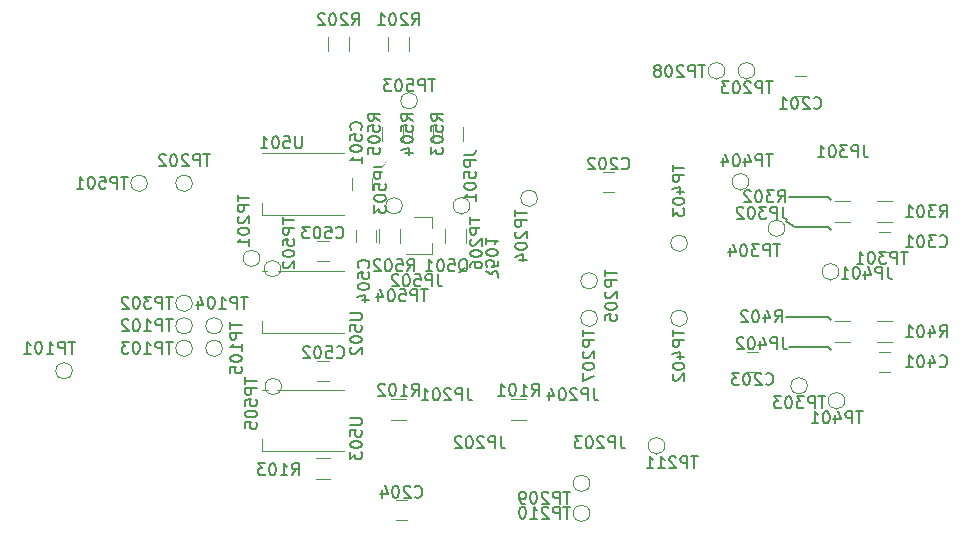
<source format=gbo>
%TF.GenerationSoftware,KiCad,Pcbnew,(5.0.0-rc2-dev-488-g86906b05e)*%
%TF.CreationDate,2018-05-17T23:15:42+02:00*%
%TF.ProjectId,ledbox,6C6564626F782E6B696361645F706362,rev?*%
%TF.SameCoordinates,Original*%
%TF.FileFunction,Legend,Bot*%
%TF.FilePolarity,Positive*%
%FSLAX46Y46*%
G04 Gerber Fmt 4.6, Leading zero omitted, Abs format (unit mm)*
G04 Created by KiCad (PCBNEW (5.0.0-rc2-dev-488-g86906b05e)) date Thu May 17 23:15:42 2018*
%MOMM*%
%LPD*%
G01*
G04 APERTURE LIST*
%ADD10C,0.200000*%
%ADD11C,0.120000*%
%ADD12C,0.150000*%
%ADD13C,6.400000*%
%ADD14C,0.800000*%
%ADD15R,1.600000X1.600000*%
%ADD16C,1.600000*%
%ADD17R,1.000000X1.250000*%
%ADD18R,1.250000X1.000000*%
%ADD19R,1.800000X1.800000*%
%ADD20C,1.800000*%
%ADD21O,2.600000X2.000000*%
%ADD22R,2.600000X2.000000*%
%ADD23R,2.500000X2.500000*%
%ADD24C,2.500000*%
%ADD25R,2.000000X2.600000*%
%ADD26O,2.000000X2.600000*%
%ADD27R,0.700000X1.300000*%
%ADD28R,1.300000X0.700000*%
%ADD29R,1.600000X2.400000*%
%ADD30O,1.600000X2.400000*%
%ADD31R,2.400000X1.600000*%
%ADD32O,2.400000X1.600000*%
%ADD33R,1.600000X1.000000*%
%ADD34O,1.727200X1.727200*%
%ADD35R,1.727200X1.727200*%
%ADD36R,0.900000X0.800000*%
%ADD37C,1.000000*%
G04 APERTURE END LIST*
D10*
X165989000Y-118237000D02*
X165862000Y-118110000D01*
X166624000Y-118618000D02*
X165989000Y-118237000D01*
X169418000Y-118618000D02*
X166624000Y-118618000D01*
X169418000Y-116078000D02*
X169672000Y-116332000D01*
X169418000Y-128778000D02*
X169672000Y-129032000D01*
X166116000Y-128778000D02*
X169418000Y-128778000D01*
X169418000Y-126238000D02*
X169672000Y-126492000D01*
X165862000Y-126238000D02*
X169418000Y-126238000D01*
X169418000Y-118618000D02*
X169672000Y-118872000D01*
X166116000Y-116078000D02*
X169418000Y-116078000D01*
D11*
%TO.C,C201*%
X167632000Y-107530000D02*
X166632000Y-107530000D01*
X166632000Y-105830000D02*
X167632000Y-105830000D01*
%TO.C,C202*%
X151376000Y-115658000D02*
X150376000Y-115658000D01*
X150376000Y-113958000D02*
X151376000Y-113958000D01*
%TO.C,C203*%
X163568000Y-130898000D02*
X162568000Y-130898000D01*
X162568000Y-129198000D02*
X163568000Y-129198000D01*
%TO.C,C204*%
X132850000Y-141757000D02*
X133850000Y-141757000D01*
X133850000Y-143457000D02*
X132850000Y-143457000D01*
%TO.C,C301*%
X173744000Y-119038000D02*
X174744000Y-119038000D01*
X174744000Y-120738000D02*
X173744000Y-120738000D01*
%TO.C,C401*%
X173744000Y-129198000D02*
X174744000Y-129198000D01*
X174744000Y-130898000D02*
X173744000Y-130898000D01*
%TO.C,C501*%
X130850000Y-114500000D02*
X130850000Y-115500000D01*
X129150000Y-115500000D02*
X129150000Y-114500000D01*
%TO.C,C502*%
X126185000Y-129960000D02*
X127185000Y-129960000D01*
X127185000Y-131660000D02*
X126185000Y-131660000D01*
%TO.C,C503*%
X126185000Y-119800000D02*
X127185000Y-119800000D01*
X127185000Y-121500000D02*
X126185000Y-121500000D01*
%TO.C,C504*%
X129452000Y-119880000D02*
X129452000Y-118880000D01*
X131152000Y-118880000D02*
X131152000Y-119880000D01*
%TO.C,R101*%
X142656000Y-134992000D02*
X143856000Y-134992000D01*
X143856000Y-133232000D02*
X142656000Y-133232000D01*
%TO.C,R102*%
X132496000Y-134992000D02*
X133696000Y-134992000D01*
X133696000Y-133232000D02*
X132496000Y-133232000D01*
%TO.C,R103*%
X127285000Y-138185000D02*
X126085000Y-138185000D01*
X126085000Y-139945000D02*
X127285000Y-139945000D01*
%TO.C,R201*%
X132216000Y-102524000D02*
X132216000Y-103724000D01*
X133976000Y-103724000D02*
X133976000Y-102524000D01*
%TO.C,R202*%
X128896000Y-103724000D02*
X128896000Y-102524000D01*
X127136000Y-102524000D02*
X127136000Y-103724000D01*
%TO.C,R301*%
X174844000Y-116468000D02*
X173644000Y-116468000D01*
X173644000Y-118228000D02*
X174844000Y-118228000D01*
%TO.C,R302*%
X171288000Y-116468000D02*
X170088000Y-116468000D01*
X170088000Y-118228000D02*
X171288000Y-118228000D01*
%TO.C,R401*%
X174844000Y-126628000D02*
X173644000Y-126628000D01*
X173644000Y-128388000D02*
X174844000Y-128388000D01*
%TO.C,R402*%
X171288000Y-126628000D02*
X170088000Y-126628000D01*
X170088000Y-128388000D02*
X171288000Y-128388000D01*
%TO.C,R501*%
X137042000Y-118780000D02*
X137042000Y-119980000D01*
X138802000Y-119980000D02*
X138802000Y-118780000D01*
%TO.C,R502*%
X133214000Y-119980000D02*
X133214000Y-118780000D01*
X131454000Y-118780000D02*
X131454000Y-119980000D01*
%TO.C,R503*%
X138548000Y-111344000D02*
X138548000Y-110144000D01*
X136788000Y-110144000D02*
X136788000Y-111344000D01*
%TO.C,R504*%
X134248000Y-110144000D02*
X134248000Y-111344000D01*
X136008000Y-111344000D02*
X136008000Y-110144000D01*
%TO.C,R505*%
X133468000Y-111344000D02*
X133468000Y-110144000D01*
X131708000Y-110144000D02*
X131708000Y-111344000D01*
%TO.C,U501*%
X128500000Y-112400000D02*
X121500000Y-112400000D01*
X128500000Y-117600000D02*
X121500000Y-117600000D01*
X121500000Y-117600000D02*
X121500000Y-116600000D01*
%TO.C,U502*%
X121500000Y-127600000D02*
X121500000Y-126600000D01*
X128500000Y-127600000D02*
X121500000Y-127600000D01*
X128500000Y-122400000D02*
X121500000Y-122400000D01*
%TO.C,U503*%
X128500000Y-132400000D02*
X121500000Y-132400000D01*
X128500000Y-137600000D02*
X121500000Y-137600000D01*
X121500000Y-137600000D02*
X121500000Y-136600000D01*
%TO.C,Q501*%
X135888000Y-117800000D02*
X135888000Y-118730000D01*
X135888000Y-120960000D02*
X135888000Y-120030000D01*
X135888000Y-120960000D02*
X133728000Y-120960000D01*
X135888000Y-117800000D02*
X134428000Y-117800000D01*
%TO.C,TP201*%
X121350000Y-121285000D02*
G75*
G03X121350000Y-121285000I-700000J0D01*
G01*
%TO.C,TP202*%
X115635000Y-114935000D02*
G75*
G03X115635000Y-114935000I-700000J0D01*
G01*
%TO.C,TP203*%
X163260000Y-105410000D02*
G75*
G03X163260000Y-105410000I-700000J0D01*
G01*
%TO.C,TP204*%
X144845000Y-116205000D02*
G75*
G03X144845000Y-116205000I-700000J0D01*
G01*
%TO.C,TP205*%
X149925000Y-123190000D02*
G75*
G03X149925000Y-123190000I-700000J0D01*
G01*
%TO.C,TP206*%
X139130000Y-116840000D02*
G75*
G03X139130000Y-116840000I-700000J0D01*
G01*
%TO.C,TP207*%
X149925000Y-126365000D02*
G75*
G03X149925000Y-126365000I-700000J0D01*
G01*
%TO.C,TP208*%
X160720000Y-105410000D02*
G75*
G03X160720000Y-105410000I-700000J0D01*
G01*
%TO.C,TP209*%
X149290000Y-140335000D02*
G75*
G03X149290000Y-140335000I-700000J0D01*
G01*
%TO.C,TP210*%
X149290000Y-142875000D02*
G75*
G03X149290000Y-142875000I-700000J0D01*
G01*
%TO.C,TP211*%
X155640000Y-137160000D02*
G75*
G03X155640000Y-137160000I-700000J0D01*
G01*
%TO.C,TP301*%
X170372000Y-122428000D02*
G75*
G03X170372000Y-122428000I-700000J0D01*
G01*
%TO.C,TP302*%
X115635000Y-125095000D02*
G75*
G03X115635000Y-125095000I-700000J0D01*
G01*
%TO.C,TP303*%
X167705000Y-132080000D02*
G75*
G03X167705000Y-132080000I-700000J0D01*
G01*
%TO.C,TP304*%
X165800000Y-118745000D02*
G75*
G03X165800000Y-118745000I-700000J0D01*
G01*
%TO.C,TP401*%
X170880000Y-133350000D02*
G75*
G03X170880000Y-133350000I-700000J0D01*
G01*
%TO.C,TP402*%
X157545000Y-126365000D02*
G75*
G03X157545000Y-126365000I-700000J0D01*
G01*
%TO.C,TP403*%
X157545000Y-120015000D02*
G75*
G03X157545000Y-120015000I-700000J0D01*
G01*
%TO.C,TP404*%
X162752000Y-114808000D02*
G75*
G03X162752000Y-114808000I-700000J0D01*
G01*
%TO.C,TP501*%
X111825000Y-114935000D02*
G75*
G03X111825000Y-114935000I-700000J0D01*
G01*
%TO.C,TP502*%
X123128000Y-122174000D02*
G75*
G03X123128000Y-122174000I-700000J0D01*
G01*
%TO.C,TP503*%
X134685000Y-107950000D02*
G75*
G03X134685000Y-107950000I-700000J0D01*
G01*
%TO.C,TP504*%
X133415000Y-116840000D02*
G75*
G03X133415000Y-116840000I-700000J0D01*
G01*
%TO.C,TP505*%
X123191500Y-132143500D02*
G75*
G03X123191500Y-132143500I-700000J0D01*
G01*
%TO.C,TP101*%
X105475000Y-130810000D02*
G75*
G03X105475000Y-130810000I-700000J0D01*
G01*
%TO.C,TP102*%
X115635000Y-127000000D02*
G75*
G03X115635000Y-127000000I-700000J0D01*
G01*
%TO.C,TP103*%
X115635000Y-128905000D02*
G75*
G03X115635000Y-128905000I-700000J0D01*
G01*
%TO.C,TP104*%
X118175000Y-127000000D02*
G75*
G03X118175000Y-127000000I-700000J0D01*
G01*
%TO.C,TP105*%
X118175000Y-128905000D02*
G75*
G03X118175000Y-128905000I-700000J0D01*
G01*
%TO.C,C201*%
D12*
X168251047Y-108537142D02*
X168298666Y-108584761D01*
X168441523Y-108632380D01*
X168536761Y-108632380D01*
X168679619Y-108584761D01*
X168774857Y-108489523D01*
X168822476Y-108394285D01*
X168870095Y-108203809D01*
X168870095Y-108060952D01*
X168822476Y-107870476D01*
X168774857Y-107775238D01*
X168679619Y-107680000D01*
X168536761Y-107632380D01*
X168441523Y-107632380D01*
X168298666Y-107680000D01*
X168251047Y-107727619D01*
X167870095Y-107727619D02*
X167822476Y-107680000D01*
X167727238Y-107632380D01*
X167489142Y-107632380D01*
X167393904Y-107680000D01*
X167346285Y-107727619D01*
X167298666Y-107822857D01*
X167298666Y-107918095D01*
X167346285Y-108060952D01*
X167917714Y-108632380D01*
X167298666Y-108632380D01*
X166679619Y-107632380D02*
X166584380Y-107632380D01*
X166489142Y-107680000D01*
X166441523Y-107727619D01*
X166393904Y-107822857D01*
X166346285Y-108013333D01*
X166346285Y-108251428D01*
X166393904Y-108441904D01*
X166441523Y-108537142D01*
X166489142Y-108584761D01*
X166584380Y-108632380D01*
X166679619Y-108632380D01*
X166774857Y-108584761D01*
X166822476Y-108537142D01*
X166870095Y-108441904D01*
X166917714Y-108251428D01*
X166917714Y-108013333D01*
X166870095Y-107822857D01*
X166822476Y-107727619D01*
X166774857Y-107680000D01*
X166679619Y-107632380D01*
X165393904Y-108632380D02*
X165965333Y-108632380D01*
X165679619Y-108632380D02*
X165679619Y-107632380D01*
X165774857Y-107775238D01*
X165870095Y-107870476D01*
X165965333Y-107918095D01*
%TO.C,C202*%
X151995047Y-113665142D02*
X152042666Y-113712761D01*
X152185523Y-113760380D01*
X152280761Y-113760380D01*
X152423619Y-113712761D01*
X152518857Y-113617523D01*
X152566476Y-113522285D01*
X152614095Y-113331809D01*
X152614095Y-113188952D01*
X152566476Y-112998476D01*
X152518857Y-112903238D01*
X152423619Y-112808000D01*
X152280761Y-112760380D01*
X152185523Y-112760380D01*
X152042666Y-112808000D01*
X151995047Y-112855619D01*
X151614095Y-112855619D02*
X151566476Y-112808000D01*
X151471238Y-112760380D01*
X151233142Y-112760380D01*
X151137904Y-112808000D01*
X151090285Y-112855619D01*
X151042666Y-112950857D01*
X151042666Y-113046095D01*
X151090285Y-113188952D01*
X151661714Y-113760380D01*
X151042666Y-113760380D01*
X150423619Y-112760380D02*
X150328380Y-112760380D01*
X150233142Y-112808000D01*
X150185523Y-112855619D01*
X150137904Y-112950857D01*
X150090285Y-113141333D01*
X150090285Y-113379428D01*
X150137904Y-113569904D01*
X150185523Y-113665142D01*
X150233142Y-113712761D01*
X150328380Y-113760380D01*
X150423619Y-113760380D01*
X150518857Y-113712761D01*
X150566476Y-113665142D01*
X150614095Y-113569904D01*
X150661714Y-113379428D01*
X150661714Y-113141333D01*
X150614095Y-112950857D01*
X150566476Y-112855619D01*
X150518857Y-112808000D01*
X150423619Y-112760380D01*
X149709333Y-112855619D02*
X149661714Y-112808000D01*
X149566476Y-112760380D01*
X149328380Y-112760380D01*
X149233142Y-112808000D01*
X149185523Y-112855619D01*
X149137904Y-112950857D01*
X149137904Y-113046095D01*
X149185523Y-113188952D01*
X149756952Y-113760380D01*
X149137904Y-113760380D01*
%TO.C,C203*%
X164187047Y-131905142D02*
X164234666Y-131952761D01*
X164377523Y-132000380D01*
X164472761Y-132000380D01*
X164615619Y-131952761D01*
X164710857Y-131857523D01*
X164758476Y-131762285D01*
X164806095Y-131571809D01*
X164806095Y-131428952D01*
X164758476Y-131238476D01*
X164710857Y-131143238D01*
X164615619Y-131048000D01*
X164472761Y-131000380D01*
X164377523Y-131000380D01*
X164234666Y-131048000D01*
X164187047Y-131095619D01*
X163806095Y-131095619D02*
X163758476Y-131048000D01*
X163663238Y-131000380D01*
X163425142Y-131000380D01*
X163329904Y-131048000D01*
X163282285Y-131095619D01*
X163234666Y-131190857D01*
X163234666Y-131286095D01*
X163282285Y-131428952D01*
X163853714Y-132000380D01*
X163234666Y-132000380D01*
X162615619Y-131000380D02*
X162520380Y-131000380D01*
X162425142Y-131048000D01*
X162377523Y-131095619D01*
X162329904Y-131190857D01*
X162282285Y-131381333D01*
X162282285Y-131619428D01*
X162329904Y-131809904D01*
X162377523Y-131905142D01*
X162425142Y-131952761D01*
X162520380Y-132000380D01*
X162615619Y-132000380D01*
X162710857Y-131952761D01*
X162758476Y-131905142D01*
X162806095Y-131809904D01*
X162853714Y-131619428D01*
X162853714Y-131381333D01*
X162806095Y-131190857D01*
X162758476Y-131095619D01*
X162710857Y-131048000D01*
X162615619Y-131000380D01*
X161948952Y-131000380D02*
X161329904Y-131000380D01*
X161663238Y-131381333D01*
X161520380Y-131381333D01*
X161425142Y-131428952D01*
X161377523Y-131476571D01*
X161329904Y-131571809D01*
X161329904Y-131809904D01*
X161377523Y-131905142D01*
X161425142Y-131952761D01*
X161520380Y-132000380D01*
X161806095Y-132000380D01*
X161901333Y-131952761D01*
X161948952Y-131905142D01*
%TO.C,C204*%
X134469047Y-141464142D02*
X134516666Y-141511761D01*
X134659523Y-141559380D01*
X134754761Y-141559380D01*
X134897619Y-141511761D01*
X134992857Y-141416523D01*
X135040476Y-141321285D01*
X135088095Y-141130809D01*
X135088095Y-140987952D01*
X135040476Y-140797476D01*
X134992857Y-140702238D01*
X134897619Y-140607000D01*
X134754761Y-140559380D01*
X134659523Y-140559380D01*
X134516666Y-140607000D01*
X134469047Y-140654619D01*
X134088095Y-140654619D02*
X134040476Y-140607000D01*
X133945238Y-140559380D01*
X133707142Y-140559380D01*
X133611904Y-140607000D01*
X133564285Y-140654619D01*
X133516666Y-140749857D01*
X133516666Y-140845095D01*
X133564285Y-140987952D01*
X134135714Y-141559380D01*
X133516666Y-141559380D01*
X132897619Y-140559380D02*
X132802380Y-140559380D01*
X132707142Y-140607000D01*
X132659523Y-140654619D01*
X132611904Y-140749857D01*
X132564285Y-140940333D01*
X132564285Y-141178428D01*
X132611904Y-141368904D01*
X132659523Y-141464142D01*
X132707142Y-141511761D01*
X132802380Y-141559380D01*
X132897619Y-141559380D01*
X132992857Y-141511761D01*
X133040476Y-141464142D01*
X133088095Y-141368904D01*
X133135714Y-141178428D01*
X133135714Y-140940333D01*
X133088095Y-140749857D01*
X133040476Y-140654619D01*
X132992857Y-140607000D01*
X132897619Y-140559380D01*
X131707142Y-140892714D02*
X131707142Y-141559380D01*
X131945238Y-140511761D02*
X132183333Y-141226047D01*
X131564285Y-141226047D01*
%TO.C,C301*%
X178919047Y-120245142D02*
X178966666Y-120292761D01*
X179109523Y-120340380D01*
X179204761Y-120340380D01*
X179347619Y-120292761D01*
X179442857Y-120197523D01*
X179490476Y-120102285D01*
X179538095Y-119911809D01*
X179538095Y-119768952D01*
X179490476Y-119578476D01*
X179442857Y-119483238D01*
X179347619Y-119388000D01*
X179204761Y-119340380D01*
X179109523Y-119340380D01*
X178966666Y-119388000D01*
X178919047Y-119435619D01*
X178585714Y-119340380D02*
X177966666Y-119340380D01*
X178300000Y-119721333D01*
X178157142Y-119721333D01*
X178061904Y-119768952D01*
X178014285Y-119816571D01*
X177966666Y-119911809D01*
X177966666Y-120149904D01*
X178014285Y-120245142D01*
X178061904Y-120292761D01*
X178157142Y-120340380D01*
X178442857Y-120340380D01*
X178538095Y-120292761D01*
X178585714Y-120245142D01*
X177347619Y-119340380D02*
X177252380Y-119340380D01*
X177157142Y-119388000D01*
X177109523Y-119435619D01*
X177061904Y-119530857D01*
X177014285Y-119721333D01*
X177014285Y-119959428D01*
X177061904Y-120149904D01*
X177109523Y-120245142D01*
X177157142Y-120292761D01*
X177252380Y-120340380D01*
X177347619Y-120340380D01*
X177442857Y-120292761D01*
X177490476Y-120245142D01*
X177538095Y-120149904D01*
X177585714Y-119959428D01*
X177585714Y-119721333D01*
X177538095Y-119530857D01*
X177490476Y-119435619D01*
X177442857Y-119388000D01*
X177347619Y-119340380D01*
X176061904Y-120340380D02*
X176633333Y-120340380D01*
X176347619Y-120340380D02*
X176347619Y-119340380D01*
X176442857Y-119483238D01*
X176538095Y-119578476D01*
X176633333Y-119626095D01*
%TO.C,C401*%
X178919047Y-130405142D02*
X178966666Y-130452761D01*
X179109523Y-130500380D01*
X179204761Y-130500380D01*
X179347619Y-130452761D01*
X179442857Y-130357523D01*
X179490476Y-130262285D01*
X179538095Y-130071809D01*
X179538095Y-129928952D01*
X179490476Y-129738476D01*
X179442857Y-129643238D01*
X179347619Y-129548000D01*
X179204761Y-129500380D01*
X179109523Y-129500380D01*
X178966666Y-129548000D01*
X178919047Y-129595619D01*
X178061904Y-129833714D02*
X178061904Y-130500380D01*
X178300000Y-129452761D02*
X178538095Y-130167047D01*
X177919047Y-130167047D01*
X177347619Y-129500380D02*
X177252380Y-129500380D01*
X177157142Y-129548000D01*
X177109523Y-129595619D01*
X177061904Y-129690857D01*
X177014285Y-129881333D01*
X177014285Y-130119428D01*
X177061904Y-130309904D01*
X177109523Y-130405142D01*
X177157142Y-130452761D01*
X177252380Y-130500380D01*
X177347619Y-130500380D01*
X177442857Y-130452761D01*
X177490476Y-130405142D01*
X177538095Y-130309904D01*
X177585714Y-130119428D01*
X177585714Y-129881333D01*
X177538095Y-129690857D01*
X177490476Y-129595619D01*
X177442857Y-129548000D01*
X177347619Y-129500380D01*
X176061904Y-130500380D02*
X176633333Y-130500380D01*
X176347619Y-130500380D02*
X176347619Y-129500380D01*
X176442857Y-129643238D01*
X176538095Y-129738476D01*
X176633333Y-129786095D01*
%TO.C,C501*%
X129897142Y-110386952D02*
X129944761Y-110339333D01*
X129992380Y-110196476D01*
X129992380Y-110101238D01*
X129944761Y-109958380D01*
X129849523Y-109863142D01*
X129754285Y-109815523D01*
X129563809Y-109767904D01*
X129420952Y-109767904D01*
X129230476Y-109815523D01*
X129135238Y-109863142D01*
X129040000Y-109958380D01*
X128992380Y-110101238D01*
X128992380Y-110196476D01*
X129040000Y-110339333D01*
X129087619Y-110386952D01*
X128992380Y-111291714D02*
X128992380Y-110815523D01*
X129468571Y-110767904D01*
X129420952Y-110815523D01*
X129373333Y-110910761D01*
X129373333Y-111148857D01*
X129420952Y-111244095D01*
X129468571Y-111291714D01*
X129563809Y-111339333D01*
X129801904Y-111339333D01*
X129897142Y-111291714D01*
X129944761Y-111244095D01*
X129992380Y-111148857D01*
X129992380Y-110910761D01*
X129944761Y-110815523D01*
X129897142Y-110767904D01*
X128992380Y-111958380D02*
X128992380Y-112053619D01*
X129040000Y-112148857D01*
X129087619Y-112196476D01*
X129182857Y-112244095D01*
X129373333Y-112291714D01*
X129611428Y-112291714D01*
X129801904Y-112244095D01*
X129897142Y-112196476D01*
X129944761Y-112148857D01*
X129992380Y-112053619D01*
X129992380Y-111958380D01*
X129944761Y-111863142D01*
X129897142Y-111815523D01*
X129801904Y-111767904D01*
X129611428Y-111720285D01*
X129373333Y-111720285D01*
X129182857Y-111767904D01*
X129087619Y-111815523D01*
X129040000Y-111863142D01*
X128992380Y-111958380D01*
X129992380Y-113244095D02*
X129992380Y-112672666D01*
X129992380Y-112958380D02*
X128992380Y-112958380D01*
X129135238Y-112863142D01*
X129230476Y-112767904D01*
X129278095Y-112672666D01*
%TO.C,C502*%
X127865047Y-129643142D02*
X127912666Y-129690761D01*
X128055523Y-129738380D01*
X128150761Y-129738380D01*
X128293619Y-129690761D01*
X128388857Y-129595523D01*
X128436476Y-129500285D01*
X128484095Y-129309809D01*
X128484095Y-129166952D01*
X128436476Y-128976476D01*
X128388857Y-128881238D01*
X128293619Y-128786000D01*
X128150761Y-128738380D01*
X128055523Y-128738380D01*
X127912666Y-128786000D01*
X127865047Y-128833619D01*
X126960285Y-128738380D02*
X127436476Y-128738380D01*
X127484095Y-129214571D01*
X127436476Y-129166952D01*
X127341238Y-129119333D01*
X127103142Y-129119333D01*
X127007904Y-129166952D01*
X126960285Y-129214571D01*
X126912666Y-129309809D01*
X126912666Y-129547904D01*
X126960285Y-129643142D01*
X127007904Y-129690761D01*
X127103142Y-129738380D01*
X127341238Y-129738380D01*
X127436476Y-129690761D01*
X127484095Y-129643142D01*
X126293619Y-128738380D02*
X126198380Y-128738380D01*
X126103142Y-128786000D01*
X126055523Y-128833619D01*
X126007904Y-128928857D01*
X125960285Y-129119333D01*
X125960285Y-129357428D01*
X126007904Y-129547904D01*
X126055523Y-129643142D01*
X126103142Y-129690761D01*
X126198380Y-129738380D01*
X126293619Y-129738380D01*
X126388857Y-129690761D01*
X126436476Y-129643142D01*
X126484095Y-129547904D01*
X126531714Y-129357428D01*
X126531714Y-129119333D01*
X126484095Y-128928857D01*
X126436476Y-128833619D01*
X126388857Y-128786000D01*
X126293619Y-128738380D01*
X125579333Y-128833619D02*
X125531714Y-128786000D01*
X125436476Y-128738380D01*
X125198380Y-128738380D01*
X125103142Y-128786000D01*
X125055523Y-128833619D01*
X125007904Y-128928857D01*
X125007904Y-129024095D01*
X125055523Y-129166952D01*
X125626952Y-129738380D01*
X125007904Y-129738380D01*
%TO.C,C503*%
X127804047Y-119507142D02*
X127851666Y-119554761D01*
X127994523Y-119602380D01*
X128089761Y-119602380D01*
X128232619Y-119554761D01*
X128327857Y-119459523D01*
X128375476Y-119364285D01*
X128423095Y-119173809D01*
X128423095Y-119030952D01*
X128375476Y-118840476D01*
X128327857Y-118745238D01*
X128232619Y-118650000D01*
X128089761Y-118602380D01*
X127994523Y-118602380D01*
X127851666Y-118650000D01*
X127804047Y-118697619D01*
X126899285Y-118602380D02*
X127375476Y-118602380D01*
X127423095Y-119078571D01*
X127375476Y-119030952D01*
X127280238Y-118983333D01*
X127042142Y-118983333D01*
X126946904Y-119030952D01*
X126899285Y-119078571D01*
X126851666Y-119173809D01*
X126851666Y-119411904D01*
X126899285Y-119507142D01*
X126946904Y-119554761D01*
X127042142Y-119602380D01*
X127280238Y-119602380D01*
X127375476Y-119554761D01*
X127423095Y-119507142D01*
X126232619Y-118602380D02*
X126137380Y-118602380D01*
X126042142Y-118650000D01*
X125994523Y-118697619D01*
X125946904Y-118792857D01*
X125899285Y-118983333D01*
X125899285Y-119221428D01*
X125946904Y-119411904D01*
X125994523Y-119507142D01*
X126042142Y-119554761D01*
X126137380Y-119602380D01*
X126232619Y-119602380D01*
X126327857Y-119554761D01*
X126375476Y-119507142D01*
X126423095Y-119411904D01*
X126470714Y-119221428D01*
X126470714Y-118983333D01*
X126423095Y-118792857D01*
X126375476Y-118697619D01*
X126327857Y-118650000D01*
X126232619Y-118602380D01*
X125565952Y-118602380D02*
X124946904Y-118602380D01*
X125280238Y-118983333D01*
X125137380Y-118983333D01*
X125042142Y-119030952D01*
X124994523Y-119078571D01*
X124946904Y-119173809D01*
X124946904Y-119411904D01*
X124994523Y-119507142D01*
X125042142Y-119554761D01*
X125137380Y-119602380D01*
X125423095Y-119602380D01*
X125518333Y-119554761D01*
X125565952Y-119507142D01*
%TO.C,C504*%
X130532142Y-122070952D02*
X130579761Y-122023333D01*
X130627380Y-121880476D01*
X130627380Y-121785238D01*
X130579761Y-121642380D01*
X130484523Y-121547142D01*
X130389285Y-121499523D01*
X130198809Y-121451904D01*
X130055952Y-121451904D01*
X129865476Y-121499523D01*
X129770238Y-121547142D01*
X129675000Y-121642380D01*
X129627380Y-121785238D01*
X129627380Y-121880476D01*
X129675000Y-122023333D01*
X129722619Y-122070952D01*
X129627380Y-122975714D02*
X129627380Y-122499523D01*
X130103571Y-122451904D01*
X130055952Y-122499523D01*
X130008333Y-122594761D01*
X130008333Y-122832857D01*
X130055952Y-122928095D01*
X130103571Y-122975714D01*
X130198809Y-123023333D01*
X130436904Y-123023333D01*
X130532142Y-122975714D01*
X130579761Y-122928095D01*
X130627380Y-122832857D01*
X130627380Y-122594761D01*
X130579761Y-122499523D01*
X130532142Y-122451904D01*
X129627380Y-123642380D02*
X129627380Y-123737619D01*
X129675000Y-123832857D01*
X129722619Y-123880476D01*
X129817857Y-123928095D01*
X130008333Y-123975714D01*
X130246428Y-123975714D01*
X130436904Y-123928095D01*
X130532142Y-123880476D01*
X130579761Y-123832857D01*
X130627380Y-123737619D01*
X130627380Y-123642380D01*
X130579761Y-123547142D01*
X130532142Y-123499523D01*
X130436904Y-123451904D01*
X130246428Y-123404285D01*
X130008333Y-123404285D01*
X129817857Y-123451904D01*
X129722619Y-123499523D01*
X129675000Y-123547142D01*
X129627380Y-123642380D01*
X129960714Y-124832857D02*
X130627380Y-124832857D01*
X129579761Y-124594761D02*
X130294047Y-124356666D01*
X130294047Y-124975714D01*
%TO.C,JP201*%
X138945714Y-132294380D02*
X138945714Y-133008666D01*
X138993333Y-133151523D01*
X139088571Y-133246761D01*
X139231428Y-133294380D01*
X139326666Y-133294380D01*
X138469523Y-133294380D02*
X138469523Y-132294380D01*
X138088571Y-132294380D01*
X137993333Y-132342000D01*
X137945714Y-132389619D01*
X137898095Y-132484857D01*
X137898095Y-132627714D01*
X137945714Y-132722952D01*
X137993333Y-132770571D01*
X138088571Y-132818190D01*
X138469523Y-132818190D01*
X137517142Y-132389619D02*
X137469523Y-132342000D01*
X137374285Y-132294380D01*
X137136190Y-132294380D01*
X137040952Y-132342000D01*
X136993333Y-132389619D01*
X136945714Y-132484857D01*
X136945714Y-132580095D01*
X136993333Y-132722952D01*
X137564761Y-133294380D01*
X136945714Y-133294380D01*
X136326666Y-132294380D02*
X136231428Y-132294380D01*
X136136190Y-132342000D01*
X136088571Y-132389619D01*
X136040952Y-132484857D01*
X135993333Y-132675333D01*
X135993333Y-132913428D01*
X136040952Y-133103904D01*
X136088571Y-133199142D01*
X136136190Y-133246761D01*
X136231428Y-133294380D01*
X136326666Y-133294380D01*
X136421904Y-133246761D01*
X136469523Y-133199142D01*
X136517142Y-133103904D01*
X136564761Y-132913428D01*
X136564761Y-132675333D01*
X136517142Y-132484857D01*
X136469523Y-132389619D01*
X136421904Y-132342000D01*
X136326666Y-132294380D01*
X135040952Y-133294380D02*
X135612380Y-133294380D01*
X135326666Y-133294380D02*
X135326666Y-132294380D01*
X135421904Y-132437238D01*
X135517142Y-132532476D01*
X135612380Y-132580095D01*
%TO.C,JP202*%
X141739714Y-136358380D02*
X141739714Y-137072666D01*
X141787333Y-137215523D01*
X141882571Y-137310761D01*
X142025428Y-137358380D01*
X142120666Y-137358380D01*
X141263523Y-137358380D02*
X141263523Y-136358380D01*
X140882571Y-136358380D01*
X140787333Y-136406000D01*
X140739714Y-136453619D01*
X140692095Y-136548857D01*
X140692095Y-136691714D01*
X140739714Y-136786952D01*
X140787333Y-136834571D01*
X140882571Y-136882190D01*
X141263523Y-136882190D01*
X140311142Y-136453619D02*
X140263523Y-136406000D01*
X140168285Y-136358380D01*
X139930190Y-136358380D01*
X139834952Y-136406000D01*
X139787333Y-136453619D01*
X139739714Y-136548857D01*
X139739714Y-136644095D01*
X139787333Y-136786952D01*
X140358761Y-137358380D01*
X139739714Y-137358380D01*
X139120666Y-136358380D02*
X139025428Y-136358380D01*
X138930190Y-136406000D01*
X138882571Y-136453619D01*
X138834952Y-136548857D01*
X138787333Y-136739333D01*
X138787333Y-136977428D01*
X138834952Y-137167904D01*
X138882571Y-137263142D01*
X138930190Y-137310761D01*
X139025428Y-137358380D01*
X139120666Y-137358380D01*
X139215904Y-137310761D01*
X139263523Y-137263142D01*
X139311142Y-137167904D01*
X139358761Y-136977428D01*
X139358761Y-136739333D01*
X139311142Y-136548857D01*
X139263523Y-136453619D01*
X139215904Y-136406000D01*
X139120666Y-136358380D01*
X138406380Y-136453619D02*
X138358761Y-136406000D01*
X138263523Y-136358380D01*
X138025428Y-136358380D01*
X137930190Y-136406000D01*
X137882571Y-136453619D01*
X137834952Y-136548857D01*
X137834952Y-136644095D01*
X137882571Y-136786952D01*
X138454000Y-137358380D01*
X137834952Y-137358380D01*
%TO.C,JP203*%
X151899714Y-136358380D02*
X151899714Y-137072666D01*
X151947333Y-137215523D01*
X152042571Y-137310761D01*
X152185428Y-137358380D01*
X152280666Y-137358380D01*
X151423523Y-137358380D02*
X151423523Y-136358380D01*
X151042571Y-136358380D01*
X150947333Y-136406000D01*
X150899714Y-136453619D01*
X150852095Y-136548857D01*
X150852095Y-136691714D01*
X150899714Y-136786952D01*
X150947333Y-136834571D01*
X151042571Y-136882190D01*
X151423523Y-136882190D01*
X150471142Y-136453619D02*
X150423523Y-136406000D01*
X150328285Y-136358380D01*
X150090190Y-136358380D01*
X149994952Y-136406000D01*
X149947333Y-136453619D01*
X149899714Y-136548857D01*
X149899714Y-136644095D01*
X149947333Y-136786952D01*
X150518761Y-137358380D01*
X149899714Y-137358380D01*
X149280666Y-136358380D02*
X149185428Y-136358380D01*
X149090190Y-136406000D01*
X149042571Y-136453619D01*
X148994952Y-136548857D01*
X148947333Y-136739333D01*
X148947333Y-136977428D01*
X148994952Y-137167904D01*
X149042571Y-137263142D01*
X149090190Y-137310761D01*
X149185428Y-137358380D01*
X149280666Y-137358380D01*
X149375904Y-137310761D01*
X149423523Y-137263142D01*
X149471142Y-137167904D01*
X149518761Y-136977428D01*
X149518761Y-136739333D01*
X149471142Y-136548857D01*
X149423523Y-136453619D01*
X149375904Y-136406000D01*
X149280666Y-136358380D01*
X148614000Y-136358380D02*
X147994952Y-136358380D01*
X148328285Y-136739333D01*
X148185428Y-136739333D01*
X148090190Y-136786952D01*
X148042571Y-136834571D01*
X147994952Y-136929809D01*
X147994952Y-137167904D01*
X148042571Y-137263142D01*
X148090190Y-137310761D01*
X148185428Y-137358380D01*
X148471142Y-137358380D01*
X148566380Y-137310761D01*
X148614000Y-137263142D01*
%TO.C,JP204*%
X149613714Y-132294380D02*
X149613714Y-133008666D01*
X149661333Y-133151523D01*
X149756571Y-133246761D01*
X149899428Y-133294380D01*
X149994666Y-133294380D01*
X149137523Y-133294380D02*
X149137523Y-132294380D01*
X148756571Y-132294380D01*
X148661333Y-132342000D01*
X148613714Y-132389619D01*
X148566095Y-132484857D01*
X148566095Y-132627714D01*
X148613714Y-132722952D01*
X148661333Y-132770571D01*
X148756571Y-132818190D01*
X149137523Y-132818190D01*
X148185142Y-132389619D02*
X148137523Y-132342000D01*
X148042285Y-132294380D01*
X147804190Y-132294380D01*
X147708952Y-132342000D01*
X147661333Y-132389619D01*
X147613714Y-132484857D01*
X147613714Y-132580095D01*
X147661333Y-132722952D01*
X148232761Y-133294380D01*
X147613714Y-133294380D01*
X146994666Y-132294380D02*
X146899428Y-132294380D01*
X146804190Y-132342000D01*
X146756571Y-132389619D01*
X146708952Y-132484857D01*
X146661333Y-132675333D01*
X146661333Y-132913428D01*
X146708952Y-133103904D01*
X146756571Y-133199142D01*
X146804190Y-133246761D01*
X146899428Y-133294380D01*
X146994666Y-133294380D01*
X147089904Y-133246761D01*
X147137523Y-133199142D01*
X147185142Y-133103904D01*
X147232761Y-132913428D01*
X147232761Y-132675333D01*
X147185142Y-132484857D01*
X147137523Y-132389619D01*
X147089904Y-132342000D01*
X146994666Y-132294380D01*
X145804190Y-132627714D02*
X145804190Y-133294380D01*
X146042285Y-132246761D02*
X146280380Y-132961047D01*
X145661333Y-132961047D01*
%TO.C,JP301*%
X172473714Y-111720380D02*
X172473714Y-112434666D01*
X172521333Y-112577523D01*
X172616571Y-112672761D01*
X172759428Y-112720380D01*
X172854666Y-112720380D01*
X171997523Y-112720380D02*
X171997523Y-111720380D01*
X171616571Y-111720380D01*
X171521333Y-111768000D01*
X171473714Y-111815619D01*
X171426095Y-111910857D01*
X171426095Y-112053714D01*
X171473714Y-112148952D01*
X171521333Y-112196571D01*
X171616571Y-112244190D01*
X171997523Y-112244190D01*
X171092761Y-111720380D02*
X170473714Y-111720380D01*
X170807047Y-112101333D01*
X170664190Y-112101333D01*
X170568952Y-112148952D01*
X170521333Y-112196571D01*
X170473714Y-112291809D01*
X170473714Y-112529904D01*
X170521333Y-112625142D01*
X170568952Y-112672761D01*
X170664190Y-112720380D01*
X170949904Y-112720380D01*
X171045142Y-112672761D01*
X171092761Y-112625142D01*
X169854666Y-111720380D02*
X169759428Y-111720380D01*
X169664190Y-111768000D01*
X169616571Y-111815619D01*
X169568952Y-111910857D01*
X169521333Y-112101333D01*
X169521333Y-112339428D01*
X169568952Y-112529904D01*
X169616571Y-112625142D01*
X169664190Y-112672761D01*
X169759428Y-112720380D01*
X169854666Y-112720380D01*
X169949904Y-112672761D01*
X169997523Y-112625142D01*
X170045142Y-112529904D01*
X170092761Y-112339428D01*
X170092761Y-112101333D01*
X170045142Y-111910857D01*
X169997523Y-111815619D01*
X169949904Y-111768000D01*
X169854666Y-111720380D01*
X168568952Y-112720380D02*
X169140380Y-112720380D01*
X168854666Y-112720380D02*
X168854666Y-111720380D01*
X168949904Y-111863238D01*
X169045142Y-111958476D01*
X169140380Y-112006095D01*
%TO.C,JP302*%
X165615714Y-116927380D02*
X165615714Y-117641666D01*
X165663333Y-117784523D01*
X165758571Y-117879761D01*
X165901428Y-117927380D01*
X165996666Y-117927380D01*
X165139523Y-117927380D02*
X165139523Y-116927380D01*
X164758571Y-116927380D01*
X164663333Y-116975000D01*
X164615714Y-117022619D01*
X164568095Y-117117857D01*
X164568095Y-117260714D01*
X164615714Y-117355952D01*
X164663333Y-117403571D01*
X164758571Y-117451190D01*
X165139523Y-117451190D01*
X164234761Y-116927380D02*
X163615714Y-116927380D01*
X163949047Y-117308333D01*
X163806190Y-117308333D01*
X163710952Y-117355952D01*
X163663333Y-117403571D01*
X163615714Y-117498809D01*
X163615714Y-117736904D01*
X163663333Y-117832142D01*
X163710952Y-117879761D01*
X163806190Y-117927380D01*
X164091904Y-117927380D01*
X164187142Y-117879761D01*
X164234761Y-117832142D01*
X162996666Y-116927380D02*
X162901428Y-116927380D01*
X162806190Y-116975000D01*
X162758571Y-117022619D01*
X162710952Y-117117857D01*
X162663333Y-117308333D01*
X162663333Y-117546428D01*
X162710952Y-117736904D01*
X162758571Y-117832142D01*
X162806190Y-117879761D01*
X162901428Y-117927380D01*
X162996666Y-117927380D01*
X163091904Y-117879761D01*
X163139523Y-117832142D01*
X163187142Y-117736904D01*
X163234761Y-117546428D01*
X163234761Y-117308333D01*
X163187142Y-117117857D01*
X163139523Y-117022619D01*
X163091904Y-116975000D01*
X162996666Y-116927380D01*
X162282380Y-117022619D02*
X162234761Y-116975000D01*
X162139523Y-116927380D01*
X161901428Y-116927380D01*
X161806190Y-116975000D01*
X161758571Y-117022619D01*
X161710952Y-117117857D01*
X161710952Y-117213095D01*
X161758571Y-117355952D01*
X162330000Y-117927380D01*
X161710952Y-117927380D01*
%TO.C,JP401*%
X174505714Y-122007380D02*
X174505714Y-122721666D01*
X174553333Y-122864523D01*
X174648571Y-122959761D01*
X174791428Y-123007380D01*
X174886666Y-123007380D01*
X174029523Y-123007380D02*
X174029523Y-122007380D01*
X173648571Y-122007380D01*
X173553333Y-122055000D01*
X173505714Y-122102619D01*
X173458095Y-122197857D01*
X173458095Y-122340714D01*
X173505714Y-122435952D01*
X173553333Y-122483571D01*
X173648571Y-122531190D01*
X174029523Y-122531190D01*
X172600952Y-122340714D02*
X172600952Y-123007380D01*
X172839047Y-121959761D02*
X173077142Y-122674047D01*
X172458095Y-122674047D01*
X171886666Y-122007380D02*
X171791428Y-122007380D01*
X171696190Y-122055000D01*
X171648571Y-122102619D01*
X171600952Y-122197857D01*
X171553333Y-122388333D01*
X171553333Y-122626428D01*
X171600952Y-122816904D01*
X171648571Y-122912142D01*
X171696190Y-122959761D01*
X171791428Y-123007380D01*
X171886666Y-123007380D01*
X171981904Y-122959761D01*
X172029523Y-122912142D01*
X172077142Y-122816904D01*
X172124761Y-122626428D01*
X172124761Y-122388333D01*
X172077142Y-122197857D01*
X172029523Y-122102619D01*
X171981904Y-122055000D01*
X171886666Y-122007380D01*
X170600952Y-123007380D02*
X171172380Y-123007380D01*
X170886666Y-123007380D02*
X170886666Y-122007380D01*
X170981904Y-122150238D01*
X171077142Y-122245476D01*
X171172380Y-122293095D01*
%TO.C,JP402*%
X165615714Y-127976380D02*
X165615714Y-128690666D01*
X165663333Y-128833523D01*
X165758571Y-128928761D01*
X165901428Y-128976380D01*
X165996666Y-128976380D01*
X165139523Y-128976380D02*
X165139523Y-127976380D01*
X164758571Y-127976380D01*
X164663333Y-128024000D01*
X164615714Y-128071619D01*
X164568095Y-128166857D01*
X164568095Y-128309714D01*
X164615714Y-128404952D01*
X164663333Y-128452571D01*
X164758571Y-128500190D01*
X165139523Y-128500190D01*
X163710952Y-128309714D02*
X163710952Y-128976380D01*
X163949047Y-127928761D02*
X164187142Y-128643047D01*
X163568095Y-128643047D01*
X162996666Y-127976380D02*
X162901428Y-127976380D01*
X162806190Y-128024000D01*
X162758571Y-128071619D01*
X162710952Y-128166857D01*
X162663333Y-128357333D01*
X162663333Y-128595428D01*
X162710952Y-128785904D01*
X162758571Y-128881142D01*
X162806190Y-128928761D01*
X162901428Y-128976380D01*
X162996666Y-128976380D01*
X163091904Y-128928761D01*
X163139523Y-128881142D01*
X163187142Y-128785904D01*
X163234761Y-128595428D01*
X163234761Y-128357333D01*
X163187142Y-128166857D01*
X163139523Y-128071619D01*
X163091904Y-128024000D01*
X162996666Y-127976380D01*
X162282380Y-128071619D02*
X162234761Y-128024000D01*
X162139523Y-127976380D01*
X161901428Y-127976380D01*
X161806190Y-128024000D01*
X161758571Y-128071619D01*
X161710952Y-128166857D01*
X161710952Y-128262095D01*
X161758571Y-128404952D01*
X162330000Y-128976380D01*
X161710952Y-128976380D01*
%TO.C,JP501*%
X138644380Y-112514285D02*
X139358666Y-112514285D01*
X139501523Y-112466666D01*
X139596761Y-112371428D01*
X139644380Y-112228571D01*
X139644380Y-112133333D01*
X139644380Y-112990476D02*
X138644380Y-112990476D01*
X138644380Y-113371428D01*
X138692000Y-113466666D01*
X138739619Y-113514285D01*
X138834857Y-113561904D01*
X138977714Y-113561904D01*
X139072952Y-113514285D01*
X139120571Y-113466666D01*
X139168190Y-113371428D01*
X139168190Y-112990476D01*
X138644380Y-114466666D02*
X138644380Y-113990476D01*
X139120571Y-113942857D01*
X139072952Y-113990476D01*
X139025333Y-114085714D01*
X139025333Y-114323809D01*
X139072952Y-114419047D01*
X139120571Y-114466666D01*
X139215809Y-114514285D01*
X139453904Y-114514285D01*
X139549142Y-114466666D01*
X139596761Y-114419047D01*
X139644380Y-114323809D01*
X139644380Y-114085714D01*
X139596761Y-113990476D01*
X139549142Y-113942857D01*
X138644380Y-115133333D02*
X138644380Y-115228571D01*
X138692000Y-115323809D01*
X138739619Y-115371428D01*
X138834857Y-115419047D01*
X139025333Y-115466666D01*
X139263428Y-115466666D01*
X139453904Y-115419047D01*
X139549142Y-115371428D01*
X139596761Y-115323809D01*
X139644380Y-115228571D01*
X139644380Y-115133333D01*
X139596761Y-115038095D01*
X139549142Y-114990476D01*
X139453904Y-114942857D01*
X139263428Y-114895238D01*
X139025333Y-114895238D01*
X138834857Y-114942857D01*
X138739619Y-114990476D01*
X138692000Y-115038095D01*
X138644380Y-115133333D01*
X139644380Y-116419047D02*
X139644380Y-115847619D01*
X139644380Y-116133333D02*
X138644380Y-116133333D01*
X138787238Y-116038095D01*
X138882476Y-115942857D01*
X138930095Y-115847619D01*
%TO.C,JP502*%
X136405714Y-122642380D02*
X136405714Y-123356666D01*
X136453333Y-123499523D01*
X136548571Y-123594761D01*
X136691428Y-123642380D01*
X136786666Y-123642380D01*
X135929523Y-123642380D02*
X135929523Y-122642380D01*
X135548571Y-122642380D01*
X135453333Y-122690000D01*
X135405714Y-122737619D01*
X135358095Y-122832857D01*
X135358095Y-122975714D01*
X135405714Y-123070952D01*
X135453333Y-123118571D01*
X135548571Y-123166190D01*
X135929523Y-123166190D01*
X134453333Y-122642380D02*
X134929523Y-122642380D01*
X134977142Y-123118571D01*
X134929523Y-123070952D01*
X134834285Y-123023333D01*
X134596190Y-123023333D01*
X134500952Y-123070952D01*
X134453333Y-123118571D01*
X134405714Y-123213809D01*
X134405714Y-123451904D01*
X134453333Y-123547142D01*
X134500952Y-123594761D01*
X134596190Y-123642380D01*
X134834285Y-123642380D01*
X134929523Y-123594761D01*
X134977142Y-123547142D01*
X133786666Y-122642380D02*
X133691428Y-122642380D01*
X133596190Y-122690000D01*
X133548571Y-122737619D01*
X133500952Y-122832857D01*
X133453333Y-123023333D01*
X133453333Y-123261428D01*
X133500952Y-123451904D01*
X133548571Y-123547142D01*
X133596190Y-123594761D01*
X133691428Y-123642380D01*
X133786666Y-123642380D01*
X133881904Y-123594761D01*
X133929523Y-123547142D01*
X133977142Y-123451904D01*
X134024761Y-123261428D01*
X134024761Y-123023333D01*
X133977142Y-122832857D01*
X133929523Y-122737619D01*
X133881904Y-122690000D01*
X133786666Y-122642380D01*
X133072380Y-122737619D02*
X133024761Y-122690000D01*
X132929523Y-122642380D01*
X132691428Y-122642380D01*
X132596190Y-122690000D01*
X132548571Y-122737619D01*
X132500952Y-122832857D01*
X132500952Y-122928095D01*
X132548571Y-123070952D01*
X133120000Y-123642380D01*
X132500952Y-123642380D01*
%TO.C,JP503*%
X131024380Y-113530285D02*
X131738666Y-113530285D01*
X131881523Y-113482666D01*
X131976761Y-113387428D01*
X132024380Y-113244571D01*
X132024380Y-113149333D01*
X132024380Y-114006476D02*
X131024380Y-114006476D01*
X131024380Y-114387428D01*
X131072000Y-114482666D01*
X131119619Y-114530285D01*
X131214857Y-114577904D01*
X131357714Y-114577904D01*
X131452952Y-114530285D01*
X131500571Y-114482666D01*
X131548190Y-114387428D01*
X131548190Y-114006476D01*
X131024380Y-115482666D02*
X131024380Y-115006476D01*
X131500571Y-114958857D01*
X131452952Y-115006476D01*
X131405333Y-115101714D01*
X131405333Y-115339809D01*
X131452952Y-115435047D01*
X131500571Y-115482666D01*
X131595809Y-115530285D01*
X131833904Y-115530285D01*
X131929142Y-115482666D01*
X131976761Y-115435047D01*
X132024380Y-115339809D01*
X132024380Y-115101714D01*
X131976761Y-115006476D01*
X131929142Y-114958857D01*
X131024380Y-116149333D02*
X131024380Y-116244571D01*
X131072000Y-116339809D01*
X131119619Y-116387428D01*
X131214857Y-116435047D01*
X131405333Y-116482666D01*
X131643428Y-116482666D01*
X131833904Y-116435047D01*
X131929142Y-116387428D01*
X131976761Y-116339809D01*
X132024380Y-116244571D01*
X132024380Y-116149333D01*
X131976761Y-116054095D01*
X131929142Y-116006476D01*
X131833904Y-115958857D01*
X131643428Y-115911238D01*
X131405333Y-115911238D01*
X131214857Y-115958857D01*
X131119619Y-116006476D01*
X131072000Y-116054095D01*
X131024380Y-116149333D01*
X131024380Y-116816000D02*
X131024380Y-117435047D01*
X131405333Y-117101714D01*
X131405333Y-117244571D01*
X131452952Y-117339809D01*
X131500571Y-117387428D01*
X131595809Y-117435047D01*
X131833904Y-117435047D01*
X131929142Y-117387428D01*
X131976761Y-117339809D01*
X132024380Y-117244571D01*
X132024380Y-116958857D01*
X131976761Y-116863619D01*
X131929142Y-116816000D01*
%TO.C,R101*%
X144375047Y-132914380D02*
X144708380Y-132438190D01*
X144946476Y-132914380D02*
X144946476Y-131914380D01*
X144565523Y-131914380D01*
X144470285Y-131962000D01*
X144422666Y-132009619D01*
X144375047Y-132104857D01*
X144375047Y-132247714D01*
X144422666Y-132342952D01*
X144470285Y-132390571D01*
X144565523Y-132438190D01*
X144946476Y-132438190D01*
X143422666Y-132914380D02*
X143994095Y-132914380D01*
X143708380Y-132914380D02*
X143708380Y-131914380D01*
X143803619Y-132057238D01*
X143898857Y-132152476D01*
X143994095Y-132200095D01*
X142803619Y-131914380D02*
X142708380Y-131914380D01*
X142613142Y-131962000D01*
X142565523Y-132009619D01*
X142517904Y-132104857D01*
X142470285Y-132295333D01*
X142470285Y-132533428D01*
X142517904Y-132723904D01*
X142565523Y-132819142D01*
X142613142Y-132866761D01*
X142708380Y-132914380D01*
X142803619Y-132914380D01*
X142898857Y-132866761D01*
X142946476Y-132819142D01*
X142994095Y-132723904D01*
X143041714Y-132533428D01*
X143041714Y-132295333D01*
X142994095Y-132104857D01*
X142946476Y-132009619D01*
X142898857Y-131962000D01*
X142803619Y-131914380D01*
X141517904Y-132914380D02*
X142089333Y-132914380D01*
X141803619Y-132914380D02*
X141803619Y-131914380D01*
X141898857Y-132057238D01*
X141994095Y-132152476D01*
X142089333Y-132200095D01*
%TO.C,R102*%
X134215047Y-132914380D02*
X134548380Y-132438190D01*
X134786476Y-132914380D02*
X134786476Y-131914380D01*
X134405523Y-131914380D01*
X134310285Y-131962000D01*
X134262666Y-132009619D01*
X134215047Y-132104857D01*
X134215047Y-132247714D01*
X134262666Y-132342952D01*
X134310285Y-132390571D01*
X134405523Y-132438190D01*
X134786476Y-132438190D01*
X133262666Y-132914380D02*
X133834095Y-132914380D01*
X133548380Y-132914380D02*
X133548380Y-131914380D01*
X133643619Y-132057238D01*
X133738857Y-132152476D01*
X133834095Y-132200095D01*
X132643619Y-131914380D02*
X132548380Y-131914380D01*
X132453142Y-131962000D01*
X132405523Y-132009619D01*
X132357904Y-132104857D01*
X132310285Y-132295333D01*
X132310285Y-132533428D01*
X132357904Y-132723904D01*
X132405523Y-132819142D01*
X132453142Y-132866761D01*
X132548380Y-132914380D01*
X132643619Y-132914380D01*
X132738857Y-132866761D01*
X132786476Y-132819142D01*
X132834095Y-132723904D01*
X132881714Y-132533428D01*
X132881714Y-132295333D01*
X132834095Y-132104857D01*
X132786476Y-132009619D01*
X132738857Y-131962000D01*
X132643619Y-131914380D01*
X131929333Y-132009619D02*
X131881714Y-131962000D01*
X131786476Y-131914380D01*
X131548380Y-131914380D01*
X131453142Y-131962000D01*
X131405523Y-132009619D01*
X131357904Y-132104857D01*
X131357904Y-132200095D01*
X131405523Y-132342952D01*
X131976952Y-132914380D01*
X131357904Y-132914380D01*
%TO.C,R103*%
X124055047Y-139644380D02*
X124388380Y-139168190D01*
X124626476Y-139644380D02*
X124626476Y-138644380D01*
X124245523Y-138644380D01*
X124150285Y-138692000D01*
X124102666Y-138739619D01*
X124055047Y-138834857D01*
X124055047Y-138977714D01*
X124102666Y-139072952D01*
X124150285Y-139120571D01*
X124245523Y-139168190D01*
X124626476Y-139168190D01*
X123102666Y-139644380D02*
X123674095Y-139644380D01*
X123388380Y-139644380D02*
X123388380Y-138644380D01*
X123483619Y-138787238D01*
X123578857Y-138882476D01*
X123674095Y-138930095D01*
X122483619Y-138644380D02*
X122388380Y-138644380D01*
X122293142Y-138692000D01*
X122245523Y-138739619D01*
X122197904Y-138834857D01*
X122150285Y-139025333D01*
X122150285Y-139263428D01*
X122197904Y-139453904D01*
X122245523Y-139549142D01*
X122293142Y-139596761D01*
X122388380Y-139644380D01*
X122483619Y-139644380D01*
X122578857Y-139596761D01*
X122626476Y-139549142D01*
X122674095Y-139453904D01*
X122721714Y-139263428D01*
X122721714Y-139025333D01*
X122674095Y-138834857D01*
X122626476Y-138739619D01*
X122578857Y-138692000D01*
X122483619Y-138644380D01*
X121816952Y-138644380D02*
X121197904Y-138644380D01*
X121531238Y-139025333D01*
X121388380Y-139025333D01*
X121293142Y-139072952D01*
X121245523Y-139120571D01*
X121197904Y-139215809D01*
X121197904Y-139453904D01*
X121245523Y-139549142D01*
X121293142Y-139596761D01*
X121388380Y-139644380D01*
X121674095Y-139644380D01*
X121769333Y-139596761D01*
X121816952Y-139549142D01*
%TO.C,R201*%
X134215047Y-101544380D02*
X134548380Y-101068190D01*
X134786476Y-101544380D02*
X134786476Y-100544380D01*
X134405523Y-100544380D01*
X134310285Y-100592000D01*
X134262666Y-100639619D01*
X134215047Y-100734857D01*
X134215047Y-100877714D01*
X134262666Y-100972952D01*
X134310285Y-101020571D01*
X134405523Y-101068190D01*
X134786476Y-101068190D01*
X133834095Y-100639619D02*
X133786476Y-100592000D01*
X133691238Y-100544380D01*
X133453142Y-100544380D01*
X133357904Y-100592000D01*
X133310285Y-100639619D01*
X133262666Y-100734857D01*
X133262666Y-100830095D01*
X133310285Y-100972952D01*
X133881714Y-101544380D01*
X133262666Y-101544380D01*
X132643619Y-100544380D02*
X132548380Y-100544380D01*
X132453142Y-100592000D01*
X132405523Y-100639619D01*
X132357904Y-100734857D01*
X132310285Y-100925333D01*
X132310285Y-101163428D01*
X132357904Y-101353904D01*
X132405523Y-101449142D01*
X132453142Y-101496761D01*
X132548380Y-101544380D01*
X132643619Y-101544380D01*
X132738857Y-101496761D01*
X132786476Y-101449142D01*
X132834095Y-101353904D01*
X132881714Y-101163428D01*
X132881714Y-100925333D01*
X132834095Y-100734857D01*
X132786476Y-100639619D01*
X132738857Y-100592000D01*
X132643619Y-100544380D01*
X131357904Y-101544380D02*
X131929333Y-101544380D01*
X131643619Y-101544380D02*
X131643619Y-100544380D01*
X131738857Y-100687238D01*
X131834095Y-100782476D01*
X131929333Y-100830095D01*
%TO.C,R202*%
X129135047Y-101544380D02*
X129468380Y-101068190D01*
X129706476Y-101544380D02*
X129706476Y-100544380D01*
X129325523Y-100544380D01*
X129230285Y-100592000D01*
X129182666Y-100639619D01*
X129135047Y-100734857D01*
X129135047Y-100877714D01*
X129182666Y-100972952D01*
X129230285Y-101020571D01*
X129325523Y-101068190D01*
X129706476Y-101068190D01*
X128754095Y-100639619D02*
X128706476Y-100592000D01*
X128611238Y-100544380D01*
X128373142Y-100544380D01*
X128277904Y-100592000D01*
X128230285Y-100639619D01*
X128182666Y-100734857D01*
X128182666Y-100830095D01*
X128230285Y-100972952D01*
X128801714Y-101544380D01*
X128182666Y-101544380D01*
X127563619Y-100544380D02*
X127468380Y-100544380D01*
X127373142Y-100592000D01*
X127325523Y-100639619D01*
X127277904Y-100734857D01*
X127230285Y-100925333D01*
X127230285Y-101163428D01*
X127277904Y-101353904D01*
X127325523Y-101449142D01*
X127373142Y-101496761D01*
X127468380Y-101544380D01*
X127563619Y-101544380D01*
X127658857Y-101496761D01*
X127706476Y-101449142D01*
X127754095Y-101353904D01*
X127801714Y-101163428D01*
X127801714Y-100925333D01*
X127754095Y-100734857D01*
X127706476Y-100639619D01*
X127658857Y-100592000D01*
X127563619Y-100544380D01*
X126849333Y-100639619D02*
X126801714Y-100592000D01*
X126706476Y-100544380D01*
X126468380Y-100544380D01*
X126373142Y-100592000D01*
X126325523Y-100639619D01*
X126277904Y-100734857D01*
X126277904Y-100830095D01*
X126325523Y-100972952D01*
X126896952Y-101544380D01*
X126277904Y-101544380D01*
%TO.C,R301*%
X178919047Y-117800380D02*
X179252380Y-117324190D01*
X179490476Y-117800380D02*
X179490476Y-116800380D01*
X179109523Y-116800380D01*
X179014285Y-116848000D01*
X178966666Y-116895619D01*
X178919047Y-116990857D01*
X178919047Y-117133714D01*
X178966666Y-117228952D01*
X179014285Y-117276571D01*
X179109523Y-117324190D01*
X179490476Y-117324190D01*
X178585714Y-116800380D02*
X177966666Y-116800380D01*
X178300000Y-117181333D01*
X178157142Y-117181333D01*
X178061904Y-117228952D01*
X178014285Y-117276571D01*
X177966666Y-117371809D01*
X177966666Y-117609904D01*
X178014285Y-117705142D01*
X178061904Y-117752761D01*
X178157142Y-117800380D01*
X178442857Y-117800380D01*
X178538095Y-117752761D01*
X178585714Y-117705142D01*
X177347619Y-116800380D02*
X177252380Y-116800380D01*
X177157142Y-116848000D01*
X177109523Y-116895619D01*
X177061904Y-116990857D01*
X177014285Y-117181333D01*
X177014285Y-117419428D01*
X177061904Y-117609904D01*
X177109523Y-117705142D01*
X177157142Y-117752761D01*
X177252380Y-117800380D01*
X177347619Y-117800380D01*
X177442857Y-117752761D01*
X177490476Y-117705142D01*
X177538095Y-117609904D01*
X177585714Y-117419428D01*
X177585714Y-117181333D01*
X177538095Y-116990857D01*
X177490476Y-116895619D01*
X177442857Y-116848000D01*
X177347619Y-116800380D01*
X176061904Y-117800380D02*
X176633333Y-117800380D01*
X176347619Y-117800380D02*
X176347619Y-116800380D01*
X176442857Y-116943238D01*
X176538095Y-117038476D01*
X176633333Y-117086095D01*
%TO.C,R302*%
X165203047Y-116530380D02*
X165536380Y-116054190D01*
X165774476Y-116530380D02*
X165774476Y-115530380D01*
X165393523Y-115530380D01*
X165298285Y-115578000D01*
X165250666Y-115625619D01*
X165203047Y-115720857D01*
X165203047Y-115863714D01*
X165250666Y-115958952D01*
X165298285Y-116006571D01*
X165393523Y-116054190D01*
X165774476Y-116054190D01*
X164869714Y-115530380D02*
X164250666Y-115530380D01*
X164584000Y-115911333D01*
X164441142Y-115911333D01*
X164345904Y-115958952D01*
X164298285Y-116006571D01*
X164250666Y-116101809D01*
X164250666Y-116339904D01*
X164298285Y-116435142D01*
X164345904Y-116482761D01*
X164441142Y-116530380D01*
X164726857Y-116530380D01*
X164822095Y-116482761D01*
X164869714Y-116435142D01*
X163631619Y-115530380D02*
X163536380Y-115530380D01*
X163441142Y-115578000D01*
X163393523Y-115625619D01*
X163345904Y-115720857D01*
X163298285Y-115911333D01*
X163298285Y-116149428D01*
X163345904Y-116339904D01*
X163393523Y-116435142D01*
X163441142Y-116482761D01*
X163536380Y-116530380D01*
X163631619Y-116530380D01*
X163726857Y-116482761D01*
X163774476Y-116435142D01*
X163822095Y-116339904D01*
X163869714Y-116149428D01*
X163869714Y-115911333D01*
X163822095Y-115720857D01*
X163774476Y-115625619D01*
X163726857Y-115578000D01*
X163631619Y-115530380D01*
X162917333Y-115625619D02*
X162869714Y-115578000D01*
X162774476Y-115530380D01*
X162536380Y-115530380D01*
X162441142Y-115578000D01*
X162393523Y-115625619D01*
X162345904Y-115720857D01*
X162345904Y-115816095D01*
X162393523Y-115958952D01*
X162964952Y-116530380D01*
X162345904Y-116530380D01*
%TO.C,R401*%
X178919047Y-127960380D02*
X179252380Y-127484190D01*
X179490476Y-127960380D02*
X179490476Y-126960380D01*
X179109523Y-126960380D01*
X179014285Y-127008000D01*
X178966666Y-127055619D01*
X178919047Y-127150857D01*
X178919047Y-127293714D01*
X178966666Y-127388952D01*
X179014285Y-127436571D01*
X179109523Y-127484190D01*
X179490476Y-127484190D01*
X178061904Y-127293714D02*
X178061904Y-127960380D01*
X178300000Y-126912761D02*
X178538095Y-127627047D01*
X177919047Y-127627047D01*
X177347619Y-126960380D02*
X177252380Y-126960380D01*
X177157142Y-127008000D01*
X177109523Y-127055619D01*
X177061904Y-127150857D01*
X177014285Y-127341333D01*
X177014285Y-127579428D01*
X177061904Y-127769904D01*
X177109523Y-127865142D01*
X177157142Y-127912761D01*
X177252380Y-127960380D01*
X177347619Y-127960380D01*
X177442857Y-127912761D01*
X177490476Y-127865142D01*
X177538095Y-127769904D01*
X177585714Y-127579428D01*
X177585714Y-127341333D01*
X177538095Y-127150857D01*
X177490476Y-127055619D01*
X177442857Y-127008000D01*
X177347619Y-126960380D01*
X176061904Y-127960380D02*
X176633333Y-127960380D01*
X176347619Y-127960380D02*
X176347619Y-126960380D01*
X176442857Y-127103238D01*
X176538095Y-127198476D01*
X176633333Y-127246095D01*
%TO.C,R402*%
X164949047Y-126690380D02*
X165282380Y-126214190D01*
X165520476Y-126690380D02*
X165520476Y-125690380D01*
X165139523Y-125690380D01*
X165044285Y-125738000D01*
X164996666Y-125785619D01*
X164949047Y-125880857D01*
X164949047Y-126023714D01*
X164996666Y-126118952D01*
X165044285Y-126166571D01*
X165139523Y-126214190D01*
X165520476Y-126214190D01*
X164091904Y-126023714D02*
X164091904Y-126690380D01*
X164330000Y-125642761D02*
X164568095Y-126357047D01*
X163949047Y-126357047D01*
X163377619Y-125690380D02*
X163282380Y-125690380D01*
X163187142Y-125738000D01*
X163139523Y-125785619D01*
X163091904Y-125880857D01*
X163044285Y-126071333D01*
X163044285Y-126309428D01*
X163091904Y-126499904D01*
X163139523Y-126595142D01*
X163187142Y-126642761D01*
X163282380Y-126690380D01*
X163377619Y-126690380D01*
X163472857Y-126642761D01*
X163520476Y-126595142D01*
X163568095Y-126499904D01*
X163615714Y-126309428D01*
X163615714Y-126071333D01*
X163568095Y-125880857D01*
X163520476Y-125785619D01*
X163472857Y-125738000D01*
X163377619Y-125690380D01*
X162663333Y-125785619D02*
X162615714Y-125738000D01*
X162520476Y-125690380D01*
X162282380Y-125690380D01*
X162187142Y-125738000D01*
X162139523Y-125785619D01*
X162091904Y-125880857D01*
X162091904Y-125976095D01*
X162139523Y-126118952D01*
X162710952Y-126690380D01*
X162091904Y-126690380D01*
%TO.C,R501*%
X140517619Y-122404047D02*
X140993809Y-122737380D01*
X140517619Y-122975476D02*
X141517619Y-122975476D01*
X141517619Y-122594523D01*
X141470000Y-122499285D01*
X141422380Y-122451666D01*
X141327142Y-122404047D01*
X141184285Y-122404047D01*
X141089047Y-122451666D01*
X141041428Y-122499285D01*
X140993809Y-122594523D01*
X140993809Y-122975476D01*
X141517619Y-121499285D02*
X141517619Y-121975476D01*
X141041428Y-122023095D01*
X141089047Y-121975476D01*
X141136666Y-121880238D01*
X141136666Y-121642142D01*
X141089047Y-121546904D01*
X141041428Y-121499285D01*
X140946190Y-121451666D01*
X140708095Y-121451666D01*
X140612857Y-121499285D01*
X140565238Y-121546904D01*
X140517619Y-121642142D01*
X140517619Y-121880238D01*
X140565238Y-121975476D01*
X140612857Y-122023095D01*
X141517619Y-120832619D02*
X141517619Y-120737380D01*
X141470000Y-120642142D01*
X141422380Y-120594523D01*
X141327142Y-120546904D01*
X141136666Y-120499285D01*
X140898571Y-120499285D01*
X140708095Y-120546904D01*
X140612857Y-120594523D01*
X140565238Y-120642142D01*
X140517619Y-120737380D01*
X140517619Y-120832619D01*
X140565238Y-120927857D01*
X140612857Y-120975476D01*
X140708095Y-121023095D01*
X140898571Y-121070714D01*
X141136666Y-121070714D01*
X141327142Y-121023095D01*
X141422380Y-120975476D01*
X141470000Y-120927857D01*
X141517619Y-120832619D01*
X140517619Y-119546904D02*
X140517619Y-120118333D01*
X140517619Y-119832619D02*
X141517619Y-119832619D01*
X141374761Y-119927857D01*
X141279523Y-120023095D01*
X141231904Y-120118333D01*
%TO.C,R502*%
X133834047Y-122372380D02*
X134167380Y-121896190D01*
X134405476Y-122372380D02*
X134405476Y-121372380D01*
X134024523Y-121372380D01*
X133929285Y-121420000D01*
X133881666Y-121467619D01*
X133834047Y-121562857D01*
X133834047Y-121705714D01*
X133881666Y-121800952D01*
X133929285Y-121848571D01*
X134024523Y-121896190D01*
X134405476Y-121896190D01*
X132929285Y-121372380D02*
X133405476Y-121372380D01*
X133453095Y-121848571D01*
X133405476Y-121800952D01*
X133310238Y-121753333D01*
X133072142Y-121753333D01*
X132976904Y-121800952D01*
X132929285Y-121848571D01*
X132881666Y-121943809D01*
X132881666Y-122181904D01*
X132929285Y-122277142D01*
X132976904Y-122324761D01*
X133072142Y-122372380D01*
X133310238Y-122372380D01*
X133405476Y-122324761D01*
X133453095Y-122277142D01*
X132262619Y-121372380D02*
X132167380Y-121372380D01*
X132072142Y-121420000D01*
X132024523Y-121467619D01*
X131976904Y-121562857D01*
X131929285Y-121753333D01*
X131929285Y-121991428D01*
X131976904Y-122181904D01*
X132024523Y-122277142D01*
X132072142Y-122324761D01*
X132167380Y-122372380D01*
X132262619Y-122372380D01*
X132357857Y-122324761D01*
X132405476Y-122277142D01*
X132453095Y-122181904D01*
X132500714Y-121991428D01*
X132500714Y-121753333D01*
X132453095Y-121562857D01*
X132405476Y-121467619D01*
X132357857Y-121420000D01*
X132262619Y-121372380D01*
X131548333Y-121467619D02*
X131500714Y-121420000D01*
X131405476Y-121372380D01*
X131167380Y-121372380D01*
X131072142Y-121420000D01*
X131024523Y-121467619D01*
X130976904Y-121562857D01*
X130976904Y-121658095D01*
X131024523Y-121800952D01*
X131595952Y-122372380D01*
X130976904Y-122372380D01*
%TO.C,R503*%
X136850380Y-109624952D02*
X136374190Y-109291619D01*
X136850380Y-109053523D02*
X135850380Y-109053523D01*
X135850380Y-109434476D01*
X135898000Y-109529714D01*
X135945619Y-109577333D01*
X136040857Y-109624952D01*
X136183714Y-109624952D01*
X136278952Y-109577333D01*
X136326571Y-109529714D01*
X136374190Y-109434476D01*
X136374190Y-109053523D01*
X135850380Y-110529714D02*
X135850380Y-110053523D01*
X136326571Y-110005904D01*
X136278952Y-110053523D01*
X136231333Y-110148761D01*
X136231333Y-110386857D01*
X136278952Y-110482095D01*
X136326571Y-110529714D01*
X136421809Y-110577333D01*
X136659904Y-110577333D01*
X136755142Y-110529714D01*
X136802761Y-110482095D01*
X136850380Y-110386857D01*
X136850380Y-110148761D01*
X136802761Y-110053523D01*
X136755142Y-110005904D01*
X135850380Y-111196380D02*
X135850380Y-111291619D01*
X135898000Y-111386857D01*
X135945619Y-111434476D01*
X136040857Y-111482095D01*
X136231333Y-111529714D01*
X136469428Y-111529714D01*
X136659904Y-111482095D01*
X136755142Y-111434476D01*
X136802761Y-111386857D01*
X136850380Y-111291619D01*
X136850380Y-111196380D01*
X136802761Y-111101142D01*
X136755142Y-111053523D01*
X136659904Y-111005904D01*
X136469428Y-110958285D01*
X136231333Y-110958285D01*
X136040857Y-111005904D01*
X135945619Y-111053523D01*
X135898000Y-111101142D01*
X135850380Y-111196380D01*
X135850380Y-111863047D02*
X135850380Y-112482095D01*
X136231333Y-112148761D01*
X136231333Y-112291619D01*
X136278952Y-112386857D01*
X136326571Y-112434476D01*
X136421809Y-112482095D01*
X136659904Y-112482095D01*
X136755142Y-112434476D01*
X136802761Y-112386857D01*
X136850380Y-112291619D01*
X136850380Y-112005904D01*
X136802761Y-111910666D01*
X136755142Y-111863047D01*
%TO.C,R504*%
X134310380Y-109624952D02*
X133834190Y-109291619D01*
X134310380Y-109053523D02*
X133310380Y-109053523D01*
X133310380Y-109434476D01*
X133358000Y-109529714D01*
X133405619Y-109577333D01*
X133500857Y-109624952D01*
X133643714Y-109624952D01*
X133738952Y-109577333D01*
X133786571Y-109529714D01*
X133834190Y-109434476D01*
X133834190Y-109053523D01*
X133310380Y-110529714D02*
X133310380Y-110053523D01*
X133786571Y-110005904D01*
X133738952Y-110053523D01*
X133691333Y-110148761D01*
X133691333Y-110386857D01*
X133738952Y-110482095D01*
X133786571Y-110529714D01*
X133881809Y-110577333D01*
X134119904Y-110577333D01*
X134215142Y-110529714D01*
X134262761Y-110482095D01*
X134310380Y-110386857D01*
X134310380Y-110148761D01*
X134262761Y-110053523D01*
X134215142Y-110005904D01*
X133310380Y-111196380D02*
X133310380Y-111291619D01*
X133358000Y-111386857D01*
X133405619Y-111434476D01*
X133500857Y-111482095D01*
X133691333Y-111529714D01*
X133929428Y-111529714D01*
X134119904Y-111482095D01*
X134215142Y-111434476D01*
X134262761Y-111386857D01*
X134310380Y-111291619D01*
X134310380Y-111196380D01*
X134262761Y-111101142D01*
X134215142Y-111053523D01*
X134119904Y-111005904D01*
X133929428Y-110958285D01*
X133691333Y-110958285D01*
X133500857Y-111005904D01*
X133405619Y-111053523D01*
X133358000Y-111101142D01*
X133310380Y-111196380D01*
X133643714Y-112386857D02*
X134310380Y-112386857D01*
X133262761Y-112148761D02*
X133977047Y-111910666D01*
X133977047Y-112529714D01*
%TO.C,R505*%
X131516380Y-109624952D02*
X131040190Y-109291619D01*
X131516380Y-109053523D02*
X130516380Y-109053523D01*
X130516380Y-109434476D01*
X130564000Y-109529714D01*
X130611619Y-109577333D01*
X130706857Y-109624952D01*
X130849714Y-109624952D01*
X130944952Y-109577333D01*
X130992571Y-109529714D01*
X131040190Y-109434476D01*
X131040190Y-109053523D01*
X130516380Y-110529714D02*
X130516380Y-110053523D01*
X130992571Y-110005904D01*
X130944952Y-110053523D01*
X130897333Y-110148761D01*
X130897333Y-110386857D01*
X130944952Y-110482095D01*
X130992571Y-110529714D01*
X131087809Y-110577333D01*
X131325904Y-110577333D01*
X131421142Y-110529714D01*
X131468761Y-110482095D01*
X131516380Y-110386857D01*
X131516380Y-110148761D01*
X131468761Y-110053523D01*
X131421142Y-110005904D01*
X130516380Y-111196380D02*
X130516380Y-111291619D01*
X130564000Y-111386857D01*
X130611619Y-111434476D01*
X130706857Y-111482095D01*
X130897333Y-111529714D01*
X131135428Y-111529714D01*
X131325904Y-111482095D01*
X131421142Y-111434476D01*
X131468761Y-111386857D01*
X131516380Y-111291619D01*
X131516380Y-111196380D01*
X131468761Y-111101142D01*
X131421142Y-111053523D01*
X131325904Y-111005904D01*
X131135428Y-110958285D01*
X130897333Y-110958285D01*
X130706857Y-111005904D01*
X130611619Y-111053523D01*
X130564000Y-111101142D01*
X130516380Y-111196380D01*
X130516380Y-112434476D02*
X130516380Y-111958285D01*
X130992571Y-111910666D01*
X130944952Y-111958285D01*
X130897333Y-112053523D01*
X130897333Y-112291619D01*
X130944952Y-112386857D01*
X130992571Y-112434476D01*
X131087809Y-112482095D01*
X131325904Y-112482095D01*
X131421142Y-112434476D01*
X131468761Y-112386857D01*
X131516380Y-112291619D01*
X131516380Y-112053523D01*
X131468761Y-111958285D01*
X131421142Y-111910666D01*
%TO.C,U501*%
X124904285Y-110958380D02*
X124904285Y-111767904D01*
X124856666Y-111863142D01*
X124809047Y-111910761D01*
X124713809Y-111958380D01*
X124523333Y-111958380D01*
X124428095Y-111910761D01*
X124380476Y-111863142D01*
X124332857Y-111767904D01*
X124332857Y-110958380D01*
X123380476Y-110958380D02*
X123856666Y-110958380D01*
X123904285Y-111434571D01*
X123856666Y-111386952D01*
X123761428Y-111339333D01*
X123523333Y-111339333D01*
X123428095Y-111386952D01*
X123380476Y-111434571D01*
X123332857Y-111529809D01*
X123332857Y-111767904D01*
X123380476Y-111863142D01*
X123428095Y-111910761D01*
X123523333Y-111958380D01*
X123761428Y-111958380D01*
X123856666Y-111910761D01*
X123904285Y-111863142D01*
X122713809Y-110958380D02*
X122618571Y-110958380D01*
X122523333Y-111006000D01*
X122475714Y-111053619D01*
X122428095Y-111148857D01*
X122380476Y-111339333D01*
X122380476Y-111577428D01*
X122428095Y-111767904D01*
X122475714Y-111863142D01*
X122523333Y-111910761D01*
X122618571Y-111958380D01*
X122713809Y-111958380D01*
X122809047Y-111910761D01*
X122856666Y-111863142D01*
X122904285Y-111767904D01*
X122951904Y-111577428D01*
X122951904Y-111339333D01*
X122904285Y-111148857D01*
X122856666Y-111053619D01*
X122809047Y-111006000D01*
X122713809Y-110958380D01*
X121428095Y-111958380D02*
X121999523Y-111958380D01*
X121713809Y-111958380D02*
X121713809Y-110958380D01*
X121809047Y-111101238D01*
X121904285Y-111196476D01*
X121999523Y-111244095D01*
%TO.C,U502*%
X128992380Y-125920714D02*
X129801904Y-125920714D01*
X129897142Y-125968333D01*
X129944761Y-126015952D01*
X129992380Y-126111190D01*
X129992380Y-126301666D01*
X129944761Y-126396904D01*
X129897142Y-126444523D01*
X129801904Y-126492142D01*
X128992380Y-126492142D01*
X128992380Y-127444523D02*
X128992380Y-126968333D01*
X129468571Y-126920714D01*
X129420952Y-126968333D01*
X129373333Y-127063571D01*
X129373333Y-127301666D01*
X129420952Y-127396904D01*
X129468571Y-127444523D01*
X129563809Y-127492142D01*
X129801904Y-127492142D01*
X129897142Y-127444523D01*
X129944761Y-127396904D01*
X129992380Y-127301666D01*
X129992380Y-127063571D01*
X129944761Y-126968333D01*
X129897142Y-126920714D01*
X128992380Y-128111190D02*
X128992380Y-128206428D01*
X129040000Y-128301666D01*
X129087619Y-128349285D01*
X129182857Y-128396904D01*
X129373333Y-128444523D01*
X129611428Y-128444523D01*
X129801904Y-128396904D01*
X129897142Y-128349285D01*
X129944761Y-128301666D01*
X129992380Y-128206428D01*
X129992380Y-128111190D01*
X129944761Y-128015952D01*
X129897142Y-127968333D01*
X129801904Y-127920714D01*
X129611428Y-127873095D01*
X129373333Y-127873095D01*
X129182857Y-127920714D01*
X129087619Y-127968333D01*
X129040000Y-128015952D01*
X128992380Y-128111190D01*
X129087619Y-128825476D02*
X129040000Y-128873095D01*
X128992380Y-128968333D01*
X128992380Y-129206428D01*
X129040000Y-129301666D01*
X129087619Y-129349285D01*
X129182857Y-129396904D01*
X129278095Y-129396904D01*
X129420952Y-129349285D01*
X129992380Y-128777857D01*
X129992380Y-129396904D01*
%TO.C,U503*%
X128992380Y-134810714D02*
X129801904Y-134810714D01*
X129897142Y-134858333D01*
X129944761Y-134905952D01*
X129992380Y-135001190D01*
X129992380Y-135191666D01*
X129944761Y-135286904D01*
X129897142Y-135334523D01*
X129801904Y-135382142D01*
X128992380Y-135382142D01*
X128992380Y-136334523D02*
X128992380Y-135858333D01*
X129468571Y-135810714D01*
X129420952Y-135858333D01*
X129373333Y-135953571D01*
X129373333Y-136191666D01*
X129420952Y-136286904D01*
X129468571Y-136334523D01*
X129563809Y-136382142D01*
X129801904Y-136382142D01*
X129897142Y-136334523D01*
X129944761Y-136286904D01*
X129992380Y-136191666D01*
X129992380Y-135953571D01*
X129944761Y-135858333D01*
X129897142Y-135810714D01*
X128992380Y-137001190D02*
X128992380Y-137096428D01*
X129040000Y-137191666D01*
X129087619Y-137239285D01*
X129182857Y-137286904D01*
X129373333Y-137334523D01*
X129611428Y-137334523D01*
X129801904Y-137286904D01*
X129897142Y-137239285D01*
X129944761Y-137191666D01*
X129992380Y-137096428D01*
X129992380Y-137001190D01*
X129944761Y-136905952D01*
X129897142Y-136858333D01*
X129801904Y-136810714D01*
X129611428Y-136763095D01*
X129373333Y-136763095D01*
X129182857Y-136810714D01*
X129087619Y-136858333D01*
X129040000Y-136905952D01*
X128992380Y-137001190D01*
X128992380Y-137667857D02*
X128992380Y-138286904D01*
X129373333Y-137953571D01*
X129373333Y-138096428D01*
X129420952Y-138191666D01*
X129468571Y-138239285D01*
X129563809Y-138286904D01*
X129801904Y-138286904D01*
X129897142Y-138239285D01*
X129944761Y-138191666D01*
X129992380Y-138096428D01*
X129992380Y-137810714D01*
X129944761Y-137715476D01*
X129897142Y-137667857D01*
%TO.C,Q501*%
X138207619Y-122467619D02*
X138302857Y-122420000D01*
X138398095Y-122324761D01*
X138540952Y-122181904D01*
X138636190Y-122134285D01*
X138731428Y-122134285D01*
X138683809Y-122372380D02*
X138779047Y-122324761D01*
X138874285Y-122229523D01*
X138921904Y-122039047D01*
X138921904Y-121705714D01*
X138874285Y-121515238D01*
X138779047Y-121420000D01*
X138683809Y-121372380D01*
X138493333Y-121372380D01*
X138398095Y-121420000D01*
X138302857Y-121515238D01*
X138255238Y-121705714D01*
X138255238Y-122039047D01*
X138302857Y-122229523D01*
X138398095Y-122324761D01*
X138493333Y-122372380D01*
X138683809Y-122372380D01*
X137350476Y-121372380D02*
X137826666Y-121372380D01*
X137874285Y-121848571D01*
X137826666Y-121800952D01*
X137731428Y-121753333D01*
X137493333Y-121753333D01*
X137398095Y-121800952D01*
X137350476Y-121848571D01*
X137302857Y-121943809D01*
X137302857Y-122181904D01*
X137350476Y-122277142D01*
X137398095Y-122324761D01*
X137493333Y-122372380D01*
X137731428Y-122372380D01*
X137826666Y-122324761D01*
X137874285Y-122277142D01*
X136683809Y-121372380D02*
X136588571Y-121372380D01*
X136493333Y-121420000D01*
X136445714Y-121467619D01*
X136398095Y-121562857D01*
X136350476Y-121753333D01*
X136350476Y-121991428D01*
X136398095Y-122181904D01*
X136445714Y-122277142D01*
X136493333Y-122324761D01*
X136588571Y-122372380D01*
X136683809Y-122372380D01*
X136779047Y-122324761D01*
X136826666Y-122277142D01*
X136874285Y-122181904D01*
X136921904Y-121991428D01*
X136921904Y-121753333D01*
X136874285Y-121562857D01*
X136826666Y-121467619D01*
X136779047Y-121420000D01*
X136683809Y-121372380D01*
X135398095Y-122372380D02*
X135969523Y-122372380D01*
X135683809Y-122372380D02*
X135683809Y-121372380D01*
X135779047Y-121515238D01*
X135874285Y-121610476D01*
X135969523Y-121658095D01*
%TO.C,TP201*%
X119467380Y-115895714D02*
X119467380Y-116467142D01*
X120467380Y-116181428D02*
X119467380Y-116181428D01*
X120467380Y-116800476D02*
X119467380Y-116800476D01*
X119467380Y-117181428D01*
X119515000Y-117276666D01*
X119562619Y-117324285D01*
X119657857Y-117371904D01*
X119800714Y-117371904D01*
X119895952Y-117324285D01*
X119943571Y-117276666D01*
X119991190Y-117181428D01*
X119991190Y-116800476D01*
X119562619Y-117752857D02*
X119515000Y-117800476D01*
X119467380Y-117895714D01*
X119467380Y-118133809D01*
X119515000Y-118229047D01*
X119562619Y-118276666D01*
X119657857Y-118324285D01*
X119753095Y-118324285D01*
X119895952Y-118276666D01*
X120467380Y-117705238D01*
X120467380Y-118324285D01*
X119467380Y-118943333D02*
X119467380Y-119038571D01*
X119515000Y-119133809D01*
X119562619Y-119181428D01*
X119657857Y-119229047D01*
X119848333Y-119276666D01*
X120086428Y-119276666D01*
X120276904Y-119229047D01*
X120372142Y-119181428D01*
X120419761Y-119133809D01*
X120467380Y-119038571D01*
X120467380Y-118943333D01*
X120419761Y-118848095D01*
X120372142Y-118800476D01*
X120276904Y-118752857D01*
X120086428Y-118705238D01*
X119848333Y-118705238D01*
X119657857Y-118752857D01*
X119562619Y-118800476D01*
X119515000Y-118848095D01*
X119467380Y-118943333D01*
X120467380Y-120229047D02*
X120467380Y-119657619D01*
X120467380Y-119943333D02*
X119467380Y-119943333D01*
X119610238Y-119848095D01*
X119705476Y-119752857D01*
X119753095Y-119657619D01*
%TO.C,TP202*%
X117149285Y-112482380D02*
X116577857Y-112482380D01*
X116863571Y-113482380D02*
X116863571Y-112482380D01*
X116244523Y-113482380D02*
X116244523Y-112482380D01*
X115863571Y-112482380D01*
X115768333Y-112530000D01*
X115720714Y-112577619D01*
X115673095Y-112672857D01*
X115673095Y-112815714D01*
X115720714Y-112910952D01*
X115768333Y-112958571D01*
X115863571Y-113006190D01*
X116244523Y-113006190D01*
X115292142Y-112577619D02*
X115244523Y-112530000D01*
X115149285Y-112482380D01*
X114911190Y-112482380D01*
X114815952Y-112530000D01*
X114768333Y-112577619D01*
X114720714Y-112672857D01*
X114720714Y-112768095D01*
X114768333Y-112910952D01*
X115339761Y-113482380D01*
X114720714Y-113482380D01*
X114101666Y-112482380D02*
X114006428Y-112482380D01*
X113911190Y-112530000D01*
X113863571Y-112577619D01*
X113815952Y-112672857D01*
X113768333Y-112863333D01*
X113768333Y-113101428D01*
X113815952Y-113291904D01*
X113863571Y-113387142D01*
X113911190Y-113434761D01*
X114006428Y-113482380D01*
X114101666Y-113482380D01*
X114196904Y-113434761D01*
X114244523Y-113387142D01*
X114292142Y-113291904D01*
X114339761Y-113101428D01*
X114339761Y-112863333D01*
X114292142Y-112672857D01*
X114244523Y-112577619D01*
X114196904Y-112530000D01*
X114101666Y-112482380D01*
X113387380Y-112577619D02*
X113339761Y-112530000D01*
X113244523Y-112482380D01*
X113006428Y-112482380D01*
X112911190Y-112530000D01*
X112863571Y-112577619D01*
X112815952Y-112672857D01*
X112815952Y-112768095D01*
X112863571Y-112910952D01*
X113435000Y-113482380D01*
X112815952Y-113482380D01*
%TO.C,TP203*%
X164774285Y-106310380D02*
X164202857Y-106310380D01*
X164488571Y-107310380D02*
X164488571Y-106310380D01*
X163869523Y-107310380D02*
X163869523Y-106310380D01*
X163488571Y-106310380D01*
X163393333Y-106358000D01*
X163345714Y-106405619D01*
X163298095Y-106500857D01*
X163298095Y-106643714D01*
X163345714Y-106738952D01*
X163393333Y-106786571D01*
X163488571Y-106834190D01*
X163869523Y-106834190D01*
X162917142Y-106405619D02*
X162869523Y-106358000D01*
X162774285Y-106310380D01*
X162536190Y-106310380D01*
X162440952Y-106358000D01*
X162393333Y-106405619D01*
X162345714Y-106500857D01*
X162345714Y-106596095D01*
X162393333Y-106738952D01*
X162964761Y-107310380D01*
X162345714Y-107310380D01*
X161726666Y-106310380D02*
X161631428Y-106310380D01*
X161536190Y-106358000D01*
X161488571Y-106405619D01*
X161440952Y-106500857D01*
X161393333Y-106691333D01*
X161393333Y-106929428D01*
X161440952Y-107119904D01*
X161488571Y-107215142D01*
X161536190Y-107262761D01*
X161631428Y-107310380D01*
X161726666Y-107310380D01*
X161821904Y-107262761D01*
X161869523Y-107215142D01*
X161917142Y-107119904D01*
X161964761Y-106929428D01*
X161964761Y-106691333D01*
X161917142Y-106500857D01*
X161869523Y-106405619D01*
X161821904Y-106358000D01*
X161726666Y-106310380D01*
X161060000Y-106310380D02*
X160440952Y-106310380D01*
X160774285Y-106691333D01*
X160631428Y-106691333D01*
X160536190Y-106738952D01*
X160488571Y-106786571D01*
X160440952Y-106881809D01*
X160440952Y-107119904D01*
X160488571Y-107215142D01*
X160536190Y-107262761D01*
X160631428Y-107310380D01*
X160917142Y-107310380D01*
X161012380Y-107262761D01*
X161060000Y-107215142D01*
%TO.C,TP204*%
X142962380Y-117165714D02*
X142962380Y-117737142D01*
X143962380Y-117451428D02*
X142962380Y-117451428D01*
X143962380Y-118070476D02*
X142962380Y-118070476D01*
X142962380Y-118451428D01*
X143010000Y-118546666D01*
X143057619Y-118594285D01*
X143152857Y-118641904D01*
X143295714Y-118641904D01*
X143390952Y-118594285D01*
X143438571Y-118546666D01*
X143486190Y-118451428D01*
X143486190Y-118070476D01*
X143057619Y-119022857D02*
X143010000Y-119070476D01*
X142962380Y-119165714D01*
X142962380Y-119403809D01*
X143010000Y-119499047D01*
X143057619Y-119546666D01*
X143152857Y-119594285D01*
X143248095Y-119594285D01*
X143390952Y-119546666D01*
X143962380Y-118975238D01*
X143962380Y-119594285D01*
X142962380Y-120213333D02*
X142962380Y-120308571D01*
X143010000Y-120403809D01*
X143057619Y-120451428D01*
X143152857Y-120499047D01*
X143343333Y-120546666D01*
X143581428Y-120546666D01*
X143771904Y-120499047D01*
X143867142Y-120451428D01*
X143914761Y-120403809D01*
X143962380Y-120308571D01*
X143962380Y-120213333D01*
X143914761Y-120118095D01*
X143867142Y-120070476D01*
X143771904Y-120022857D01*
X143581428Y-119975238D01*
X143343333Y-119975238D01*
X143152857Y-120022857D01*
X143057619Y-120070476D01*
X143010000Y-120118095D01*
X142962380Y-120213333D01*
X143295714Y-121403809D02*
X143962380Y-121403809D01*
X142914761Y-121165714D02*
X143629047Y-120927619D01*
X143629047Y-121546666D01*
%TO.C,TP205*%
X150582380Y-122245714D02*
X150582380Y-122817142D01*
X151582380Y-122531428D02*
X150582380Y-122531428D01*
X151582380Y-123150476D02*
X150582380Y-123150476D01*
X150582380Y-123531428D01*
X150630000Y-123626666D01*
X150677619Y-123674285D01*
X150772857Y-123721904D01*
X150915714Y-123721904D01*
X151010952Y-123674285D01*
X151058571Y-123626666D01*
X151106190Y-123531428D01*
X151106190Y-123150476D01*
X150677619Y-124102857D02*
X150630000Y-124150476D01*
X150582380Y-124245714D01*
X150582380Y-124483809D01*
X150630000Y-124579047D01*
X150677619Y-124626666D01*
X150772857Y-124674285D01*
X150868095Y-124674285D01*
X151010952Y-124626666D01*
X151582380Y-124055238D01*
X151582380Y-124674285D01*
X150582380Y-125293333D02*
X150582380Y-125388571D01*
X150630000Y-125483809D01*
X150677619Y-125531428D01*
X150772857Y-125579047D01*
X150963333Y-125626666D01*
X151201428Y-125626666D01*
X151391904Y-125579047D01*
X151487142Y-125531428D01*
X151534761Y-125483809D01*
X151582380Y-125388571D01*
X151582380Y-125293333D01*
X151534761Y-125198095D01*
X151487142Y-125150476D01*
X151391904Y-125102857D01*
X151201428Y-125055238D01*
X150963333Y-125055238D01*
X150772857Y-125102857D01*
X150677619Y-125150476D01*
X150630000Y-125198095D01*
X150582380Y-125293333D01*
X150582380Y-126531428D02*
X150582380Y-126055238D01*
X151058571Y-126007619D01*
X151010952Y-126055238D01*
X150963333Y-126150476D01*
X150963333Y-126388571D01*
X151010952Y-126483809D01*
X151058571Y-126531428D01*
X151153809Y-126579047D01*
X151391904Y-126579047D01*
X151487142Y-126531428D01*
X151534761Y-126483809D01*
X151582380Y-126388571D01*
X151582380Y-126150476D01*
X151534761Y-126055238D01*
X151487142Y-126007619D01*
%TO.C,TP206*%
X139152380Y-117800714D02*
X139152380Y-118372142D01*
X140152380Y-118086428D02*
X139152380Y-118086428D01*
X140152380Y-118705476D02*
X139152380Y-118705476D01*
X139152380Y-119086428D01*
X139200000Y-119181666D01*
X139247619Y-119229285D01*
X139342857Y-119276904D01*
X139485714Y-119276904D01*
X139580952Y-119229285D01*
X139628571Y-119181666D01*
X139676190Y-119086428D01*
X139676190Y-118705476D01*
X139247619Y-119657857D02*
X139200000Y-119705476D01*
X139152380Y-119800714D01*
X139152380Y-120038809D01*
X139200000Y-120134047D01*
X139247619Y-120181666D01*
X139342857Y-120229285D01*
X139438095Y-120229285D01*
X139580952Y-120181666D01*
X140152380Y-119610238D01*
X140152380Y-120229285D01*
X139152380Y-120848333D02*
X139152380Y-120943571D01*
X139200000Y-121038809D01*
X139247619Y-121086428D01*
X139342857Y-121134047D01*
X139533333Y-121181666D01*
X139771428Y-121181666D01*
X139961904Y-121134047D01*
X140057142Y-121086428D01*
X140104761Y-121038809D01*
X140152380Y-120943571D01*
X140152380Y-120848333D01*
X140104761Y-120753095D01*
X140057142Y-120705476D01*
X139961904Y-120657857D01*
X139771428Y-120610238D01*
X139533333Y-120610238D01*
X139342857Y-120657857D01*
X139247619Y-120705476D01*
X139200000Y-120753095D01*
X139152380Y-120848333D01*
X139152380Y-122038809D02*
X139152380Y-121848333D01*
X139200000Y-121753095D01*
X139247619Y-121705476D01*
X139390476Y-121610238D01*
X139580952Y-121562619D01*
X139961904Y-121562619D01*
X140057142Y-121610238D01*
X140104761Y-121657857D01*
X140152380Y-121753095D01*
X140152380Y-121943571D01*
X140104761Y-122038809D01*
X140057142Y-122086428D01*
X139961904Y-122134047D01*
X139723809Y-122134047D01*
X139628571Y-122086428D01*
X139580952Y-122038809D01*
X139533333Y-121943571D01*
X139533333Y-121753095D01*
X139580952Y-121657857D01*
X139628571Y-121610238D01*
X139723809Y-121562619D01*
%TO.C,TP207*%
X148677380Y-127325714D02*
X148677380Y-127897142D01*
X149677380Y-127611428D02*
X148677380Y-127611428D01*
X149677380Y-128230476D02*
X148677380Y-128230476D01*
X148677380Y-128611428D01*
X148725000Y-128706666D01*
X148772619Y-128754285D01*
X148867857Y-128801904D01*
X149010714Y-128801904D01*
X149105952Y-128754285D01*
X149153571Y-128706666D01*
X149201190Y-128611428D01*
X149201190Y-128230476D01*
X148772619Y-129182857D02*
X148725000Y-129230476D01*
X148677380Y-129325714D01*
X148677380Y-129563809D01*
X148725000Y-129659047D01*
X148772619Y-129706666D01*
X148867857Y-129754285D01*
X148963095Y-129754285D01*
X149105952Y-129706666D01*
X149677380Y-129135238D01*
X149677380Y-129754285D01*
X148677380Y-130373333D02*
X148677380Y-130468571D01*
X148725000Y-130563809D01*
X148772619Y-130611428D01*
X148867857Y-130659047D01*
X149058333Y-130706666D01*
X149296428Y-130706666D01*
X149486904Y-130659047D01*
X149582142Y-130611428D01*
X149629761Y-130563809D01*
X149677380Y-130468571D01*
X149677380Y-130373333D01*
X149629761Y-130278095D01*
X149582142Y-130230476D01*
X149486904Y-130182857D01*
X149296428Y-130135238D01*
X149058333Y-130135238D01*
X148867857Y-130182857D01*
X148772619Y-130230476D01*
X148725000Y-130278095D01*
X148677380Y-130373333D01*
X148677380Y-131040000D02*
X148677380Y-131706666D01*
X149677380Y-131278095D01*
%TO.C,TP208*%
X159059285Y-104925880D02*
X158487857Y-104925880D01*
X158773571Y-105925880D02*
X158773571Y-104925880D01*
X158154523Y-105925880D02*
X158154523Y-104925880D01*
X157773571Y-104925880D01*
X157678333Y-104973500D01*
X157630714Y-105021119D01*
X157583095Y-105116357D01*
X157583095Y-105259214D01*
X157630714Y-105354452D01*
X157678333Y-105402071D01*
X157773571Y-105449690D01*
X158154523Y-105449690D01*
X157202142Y-105021119D02*
X157154523Y-104973500D01*
X157059285Y-104925880D01*
X156821190Y-104925880D01*
X156725952Y-104973500D01*
X156678333Y-105021119D01*
X156630714Y-105116357D01*
X156630714Y-105211595D01*
X156678333Y-105354452D01*
X157249761Y-105925880D01*
X156630714Y-105925880D01*
X156011666Y-104925880D02*
X155916428Y-104925880D01*
X155821190Y-104973500D01*
X155773571Y-105021119D01*
X155725952Y-105116357D01*
X155678333Y-105306833D01*
X155678333Y-105544928D01*
X155725952Y-105735404D01*
X155773571Y-105830642D01*
X155821190Y-105878261D01*
X155916428Y-105925880D01*
X156011666Y-105925880D01*
X156106904Y-105878261D01*
X156154523Y-105830642D01*
X156202142Y-105735404D01*
X156249761Y-105544928D01*
X156249761Y-105306833D01*
X156202142Y-105116357D01*
X156154523Y-105021119D01*
X156106904Y-104973500D01*
X156011666Y-104925880D01*
X155106904Y-105354452D02*
X155202142Y-105306833D01*
X155249761Y-105259214D01*
X155297380Y-105163976D01*
X155297380Y-105116357D01*
X155249761Y-105021119D01*
X155202142Y-104973500D01*
X155106904Y-104925880D01*
X154916428Y-104925880D01*
X154821190Y-104973500D01*
X154773571Y-105021119D01*
X154725952Y-105116357D01*
X154725952Y-105163976D01*
X154773571Y-105259214D01*
X154821190Y-105306833D01*
X154916428Y-105354452D01*
X155106904Y-105354452D01*
X155202142Y-105402071D01*
X155249761Y-105449690D01*
X155297380Y-105544928D01*
X155297380Y-105735404D01*
X155249761Y-105830642D01*
X155202142Y-105878261D01*
X155106904Y-105925880D01*
X154916428Y-105925880D01*
X154821190Y-105878261D01*
X154773571Y-105830642D01*
X154725952Y-105735404D01*
X154725952Y-105544928D01*
X154773571Y-105449690D01*
X154821190Y-105402071D01*
X154916428Y-105354452D01*
%TO.C,TP209*%
X147629285Y-141057380D02*
X147057857Y-141057380D01*
X147343571Y-142057380D02*
X147343571Y-141057380D01*
X146724523Y-142057380D02*
X146724523Y-141057380D01*
X146343571Y-141057380D01*
X146248333Y-141105000D01*
X146200714Y-141152619D01*
X146153095Y-141247857D01*
X146153095Y-141390714D01*
X146200714Y-141485952D01*
X146248333Y-141533571D01*
X146343571Y-141581190D01*
X146724523Y-141581190D01*
X145772142Y-141152619D02*
X145724523Y-141105000D01*
X145629285Y-141057380D01*
X145391190Y-141057380D01*
X145295952Y-141105000D01*
X145248333Y-141152619D01*
X145200714Y-141247857D01*
X145200714Y-141343095D01*
X145248333Y-141485952D01*
X145819761Y-142057380D01*
X145200714Y-142057380D01*
X144581666Y-141057380D02*
X144486428Y-141057380D01*
X144391190Y-141105000D01*
X144343571Y-141152619D01*
X144295952Y-141247857D01*
X144248333Y-141438333D01*
X144248333Y-141676428D01*
X144295952Y-141866904D01*
X144343571Y-141962142D01*
X144391190Y-142009761D01*
X144486428Y-142057380D01*
X144581666Y-142057380D01*
X144676904Y-142009761D01*
X144724523Y-141962142D01*
X144772142Y-141866904D01*
X144819761Y-141676428D01*
X144819761Y-141438333D01*
X144772142Y-141247857D01*
X144724523Y-141152619D01*
X144676904Y-141105000D01*
X144581666Y-141057380D01*
X143772142Y-142057380D02*
X143581666Y-142057380D01*
X143486428Y-142009761D01*
X143438809Y-141962142D01*
X143343571Y-141819285D01*
X143295952Y-141628809D01*
X143295952Y-141247857D01*
X143343571Y-141152619D01*
X143391190Y-141105000D01*
X143486428Y-141057380D01*
X143676904Y-141057380D01*
X143772142Y-141105000D01*
X143819761Y-141152619D01*
X143867380Y-141247857D01*
X143867380Y-141485952D01*
X143819761Y-141581190D01*
X143772142Y-141628809D01*
X143676904Y-141676428D01*
X143486428Y-141676428D01*
X143391190Y-141628809D01*
X143343571Y-141581190D01*
X143295952Y-141485952D01*
%TO.C,TP210*%
X147629285Y-142327380D02*
X147057857Y-142327380D01*
X147343571Y-143327380D02*
X147343571Y-142327380D01*
X146724523Y-143327380D02*
X146724523Y-142327380D01*
X146343571Y-142327380D01*
X146248333Y-142375000D01*
X146200714Y-142422619D01*
X146153095Y-142517857D01*
X146153095Y-142660714D01*
X146200714Y-142755952D01*
X146248333Y-142803571D01*
X146343571Y-142851190D01*
X146724523Y-142851190D01*
X145772142Y-142422619D02*
X145724523Y-142375000D01*
X145629285Y-142327380D01*
X145391190Y-142327380D01*
X145295952Y-142375000D01*
X145248333Y-142422619D01*
X145200714Y-142517857D01*
X145200714Y-142613095D01*
X145248333Y-142755952D01*
X145819761Y-143327380D01*
X145200714Y-143327380D01*
X144248333Y-143327380D02*
X144819761Y-143327380D01*
X144534047Y-143327380D02*
X144534047Y-142327380D01*
X144629285Y-142470238D01*
X144724523Y-142565476D01*
X144819761Y-142613095D01*
X143629285Y-142327380D02*
X143534047Y-142327380D01*
X143438809Y-142375000D01*
X143391190Y-142422619D01*
X143343571Y-142517857D01*
X143295952Y-142708333D01*
X143295952Y-142946428D01*
X143343571Y-143136904D01*
X143391190Y-143232142D01*
X143438809Y-143279761D01*
X143534047Y-143327380D01*
X143629285Y-143327380D01*
X143724523Y-143279761D01*
X143772142Y-143232142D01*
X143819761Y-143136904D01*
X143867380Y-142946428D01*
X143867380Y-142708333D01*
X143819761Y-142517857D01*
X143772142Y-142422619D01*
X143724523Y-142375000D01*
X143629285Y-142327380D01*
%TO.C,TP211*%
X158424285Y-138060380D02*
X157852857Y-138060380D01*
X158138571Y-139060380D02*
X158138571Y-138060380D01*
X157519523Y-139060380D02*
X157519523Y-138060380D01*
X157138571Y-138060380D01*
X157043333Y-138108000D01*
X156995714Y-138155619D01*
X156948095Y-138250857D01*
X156948095Y-138393714D01*
X156995714Y-138488952D01*
X157043333Y-138536571D01*
X157138571Y-138584190D01*
X157519523Y-138584190D01*
X156567142Y-138155619D02*
X156519523Y-138108000D01*
X156424285Y-138060380D01*
X156186190Y-138060380D01*
X156090952Y-138108000D01*
X156043333Y-138155619D01*
X155995714Y-138250857D01*
X155995714Y-138346095D01*
X156043333Y-138488952D01*
X156614761Y-139060380D01*
X155995714Y-139060380D01*
X155043333Y-139060380D02*
X155614761Y-139060380D01*
X155329047Y-139060380D02*
X155329047Y-138060380D01*
X155424285Y-138203238D01*
X155519523Y-138298476D01*
X155614761Y-138346095D01*
X154090952Y-139060380D02*
X154662380Y-139060380D01*
X154376666Y-139060380D02*
X154376666Y-138060380D01*
X154471904Y-138203238D01*
X154567142Y-138298476D01*
X154662380Y-138346095D01*
%TO.C,TP301*%
X176204285Y-120737380D02*
X175632857Y-120737380D01*
X175918571Y-121737380D02*
X175918571Y-120737380D01*
X175299523Y-121737380D02*
X175299523Y-120737380D01*
X174918571Y-120737380D01*
X174823333Y-120785000D01*
X174775714Y-120832619D01*
X174728095Y-120927857D01*
X174728095Y-121070714D01*
X174775714Y-121165952D01*
X174823333Y-121213571D01*
X174918571Y-121261190D01*
X175299523Y-121261190D01*
X174394761Y-120737380D02*
X173775714Y-120737380D01*
X174109047Y-121118333D01*
X173966190Y-121118333D01*
X173870952Y-121165952D01*
X173823333Y-121213571D01*
X173775714Y-121308809D01*
X173775714Y-121546904D01*
X173823333Y-121642142D01*
X173870952Y-121689761D01*
X173966190Y-121737380D01*
X174251904Y-121737380D01*
X174347142Y-121689761D01*
X174394761Y-121642142D01*
X173156666Y-120737380D02*
X173061428Y-120737380D01*
X172966190Y-120785000D01*
X172918571Y-120832619D01*
X172870952Y-120927857D01*
X172823333Y-121118333D01*
X172823333Y-121356428D01*
X172870952Y-121546904D01*
X172918571Y-121642142D01*
X172966190Y-121689761D01*
X173061428Y-121737380D01*
X173156666Y-121737380D01*
X173251904Y-121689761D01*
X173299523Y-121642142D01*
X173347142Y-121546904D01*
X173394761Y-121356428D01*
X173394761Y-121118333D01*
X173347142Y-120927857D01*
X173299523Y-120832619D01*
X173251904Y-120785000D01*
X173156666Y-120737380D01*
X171870952Y-121737380D02*
X172442380Y-121737380D01*
X172156666Y-121737380D02*
X172156666Y-120737380D01*
X172251904Y-120880238D01*
X172347142Y-120975476D01*
X172442380Y-121023095D01*
%TO.C,TP302*%
X113974285Y-124547380D02*
X113402857Y-124547380D01*
X113688571Y-125547380D02*
X113688571Y-124547380D01*
X113069523Y-125547380D02*
X113069523Y-124547380D01*
X112688571Y-124547380D01*
X112593333Y-124595000D01*
X112545714Y-124642619D01*
X112498095Y-124737857D01*
X112498095Y-124880714D01*
X112545714Y-124975952D01*
X112593333Y-125023571D01*
X112688571Y-125071190D01*
X113069523Y-125071190D01*
X112164761Y-124547380D02*
X111545714Y-124547380D01*
X111879047Y-124928333D01*
X111736190Y-124928333D01*
X111640952Y-124975952D01*
X111593333Y-125023571D01*
X111545714Y-125118809D01*
X111545714Y-125356904D01*
X111593333Y-125452142D01*
X111640952Y-125499761D01*
X111736190Y-125547380D01*
X112021904Y-125547380D01*
X112117142Y-125499761D01*
X112164761Y-125452142D01*
X110926666Y-124547380D02*
X110831428Y-124547380D01*
X110736190Y-124595000D01*
X110688571Y-124642619D01*
X110640952Y-124737857D01*
X110593333Y-124928333D01*
X110593333Y-125166428D01*
X110640952Y-125356904D01*
X110688571Y-125452142D01*
X110736190Y-125499761D01*
X110831428Y-125547380D01*
X110926666Y-125547380D01*
X111021904Y-125499761D01*
X111069523Y-125452142D01*
X111117142Y-125356904D01*
X111164761Y-125166428D01*
X111164761Y-124928333D01*
X111117142Y-124737857D01*
X111069523Y-124642619D01*
X111021904Y-124595000D01*
X110926666Y-124547380D01*
X110212380Y-124642619D02*
X110164761Y-124595000D01*
X110069523Y-124547380D01*
X109831428Y-124547380D01*
X109736190Y-124595000D01*
X109688571Y-124642619D01*
X109640952Y-124737857D01*
X109640952Y-124833095D01*
X109688571Y-124975952D01*
X110260000Y-125547380D01*
X109640952Y-125547380D01*
%TO.C,TP303*%
X169219285Y-132980380D02*
X168647857Y-132980380D01*
X168933571Y-133980380D02*
X168933571Y-132980380D01*
X168314523Y-133980380D02*
X168314523Y-132980380D01*
X167933571Y-132980380D01*
X167838333Y-133028000D01*
X167790714Y-133075619D01*
X167743095Y-133170857D01*
X167743095Y-133313714D01*
X167790714Y-133408952D01*
X167838333Y-133456571D01*
X167933571Y-133504190D01*
X168314523Y-133504190D01*
X167409761Y-132980380D02*
X166790714Y-132980380D01*
X167124047Y-133361333D01*
X166981190Y-133361333D01*
X166885952Y-133408952D01*
X166838333Y-133456571D01*
X166790714Y-133551809D01*
X166790714Y-133789904D01*
X166838333Y-133885142D01*
X166885952Y-133932761D01*
X166981190Y-133980380D01*
X167266904Y-133980380D01*
X167362142Y-133932761D01*
X167409761Y-133885142D01*
X166171666Y-132980380D02*
X166076428Y-132980380D01*
X165981190Y-133028000D01*
X165933571Y-133075619D01*
X165885952Y-133170857D01*
X165838333Y-133361333D01*
X165838333Y-133599428D01*
X165885952Y-133789904D01*
X165933571Y-133885142D01*
X165981190Y-133932761D01*
X166076428Y-133980380D01*
X166171666Y-133980380D01*
X166266904Y-133932761D01*
X166314523Y-133885142D01*
X166362142Y-133789904D01*
X166409761Y-133599428D01*
X166409761Y-133361333D01*
X166362142Y-133170857D01*
X166314523Y-133075619D01*
X166266904Y-133028000D01*
X166171666Y-132980380D01*
X165505000Y-132980380D02*
X164885952Y-132980380D01*
X165219285Y-133361333D01*
X165076428Y-133361333D01*
X164981190Y-133408952D01*
X164933571Y-133456571D01*
X164885952Y-133551809D01*
X164885952Y-133789904D01*
X164933571Y-133885142D01*
X164981190Y-133932761D01*
X165076428Y-133980380D01*
X165362142Y-133980380D01*
X165457380Y-133932761D01*
X165505000Y-133885142D01*
%TO.C,TP304*%
X165409285Y-120102380D02*
X164837857Y-120102380D01*
X165123571Y-121102380D02*
X165123571Y-120102380D01*
X164504523Y-121102380D02*
X164504523Y-120102380D01*
X164123571Y-120102380D01*
X164028333Y-120150000D01*
X163980714Y-120197619D01*
X163933095Y-120292857D01*
X163933095Y-120435714D01*
X163980714Y-120530952D01*
X164028333Y-120578571D01*
X164123571Y-120626190D01*
X164504523Y-120626190D01*
X163599761Y-120102380D02*
X162980714Y-120102380D01*
X163314047Y-120483333D01*
X163171190Y-120483333D01*
X163075952Y-120530952D01*
X163028333Y-120578571D01*
X162980714Y-120673809D01*
X162980714Y-120911904D01*
X163028333Y-121007142D01*
X163075952Y-121054761D01*
X163171190Y-121102380D01*
X163456904Y-121102380D01*
X163552142Y-121054761D01*
X163599761Y-121007142D01*
X162361666Y-120102380D02*
X162266428Y-120102380D01*
X162171190Y-120150000D01*
X162123571Y-120197619D01*
X162075952Y-120292857D01*
X162028333Y-120483333D01*
X162028333Y-120721428D01*
X162075952Y-120911904D01*
X162123571Y-121007142D01*
X162171190Y-121054761D01*
X162266428Y-121102380D01*
X162361666Y-121102380D01*
X162456904Y-121054761D01*
X162504523Y-121007142D01*
X162552142Y-120911904D01*
X162599761Y-120721428D01*
X162599761Y-120483333D01*
X162552142Y-120292857D01*
X162504523Y-120197619D01*
X162456904Y-120150000D01*
X162361666Y-120102380D01*
X161171190Y-120435714D02*
X161171190Y-121102380D01*
X161409285Y-120054761D02*
X161647380Y-120769047D01*
X161028333Y-120769047D01*
%TO.C,TP401*%
X172394285Y-134250380D02*
X171822857Y-134250380D01*
X172108571Y-135250380D02*
X172108571Y-134250380D01*
X171489523Y-135250380D02*
X171489523Y-134250380D01*
X171108571Y-134250380D01*
X171013333Y-134298000D01*
X170965714Y-134345619D01*
X170918095Y-134440857D01*
X170918095Y-134583714D01*
X170965714Y-134678952D01*
X171013333Y-134726571D01*
X171108571Y-134774190D01*
X171489523Y-134774190D01*
X170060952Y-134583714D02*
X170060952Y-135250380D01*
X170299047Y-134202761D02*
X170537142Y-134917047D01*
X169918095Y-134917047D01*
X169346666Y-134250380D02*
X169251428Y-134250380D01*
X169156190Y-134298000D01*
X169108571Y-134345619D01*
X169060952Y-134440857D01*
X169013333Y-134631333D01*
X169013333Y-134869428D01*
X169060952Y-135059904D01*
X169108571Y-135155142D01*
X169156190Y-135202761D01*
X169251428Y-135250380D01*
X169346666Y-135250380D01*
X169441904Y-135202761D01*
X169489523Y-135155142D01*
X169537142Y-135059904D01*
X169584761Y-134869428D01*
X169584761Y-134631333D01*
X169537142Y-134440857D01*
X169489523Y-134345619D01*
X169441904Y-134298000D01*
X169346666Y-134250380D01*
X168060952Y-135250380D02*
X168632380Y-135250380D01*
X168346666Y-135250380D02*
X168346666Y-134250380D01*
X168441904Y-134393238D01*
X168537142Y-134488476D01*
X168632380Y-134536095D01*
%TO.C,TP402*%
X156297380Y-127325714D02*
X156297380Y-127897142D01*
X157297380Y-127611428D02*
X156297380Y-127611428D01*
X157297380Y-128230476D02*
X156297380Y-128230476D01*
X156297380Y-128611428D01*
X156345000Y-128706666D01*
X156392619Y-128754285D01*
X156487857Y-128801904D01*
X156630714Y-128801904D01*
X156725952Y-128754285D01*
X156773571Y-128706666D01*
X156821190Y-128611428D01*
X156821190Y-128230476D01*
X156630714Y-129659047D02*
X157297380Y-129659047D01*
X156249761Y-129420952D02*
X156964047Y-129182857D01*
X156964047Y-129801904D01*
X156297380Y-130373333D02*
X156297380Y-130468571D01*
X156345000Y-130563809D01*
X156392619Y-130611428D01*
X156487857Y-130659047D01*
X156678333Y-130706666D01*
X156916428Y-130706666D01*
X157106904Y-130659047D01*
X157202142Y-130611428D01*
X157249761Y-130563809D01*
X157297380Y-130468571D01*
X157297380Y-130373333D01*
X157249761Y-130278095D01*
X157202142Y-130230476D01*
X157106904Y-130182857D01*
X156916428Y-130135238D01*
X156678333Y-130135238D01*
X156487857Y-130182857D01*
X156392619Y-130230476D01*
X156345000Y-130278095D01*
X156297380Y-130373333D01*
X156392619Y-131087619D02*
X156345000Y-131135238D01*
X156297380Y-131230476D01*
X156297380Y-131468571D01*
X156345000Y-131563809D01*
X156392619Y-131611428D01*
X156487857Y-131659047D01*
X156583095Y-131659047D01*
X156725952Y-131611428D01*
X157297380Y-131040000D01*
X157297380Y-131659047D01*
%TO.C,TP403*%
X156297380Y-113355714D02*
X156297380Y-113927142D01*
X157297380Y-113641428D02*
X156297380Y-113641428D01*
X157297380Y-114260476D02*
X156297380Y-114260476D01*
X156297380Y-114641428D01*
X156345000Y-114736666D01*
X156392619Y-114784285D01*
X156487857Y-114831904D01*
X156630714Y-114831904D01*
X156725952Y-114784285D01*
X156773571Y-114736666D01*
X156821190Y-114641428D01*
X156821190Y-114260476D01*
X156630714Y-115689047D02*
X157297380Y-115689047D01*
X156249761Y-115450952D02*
X156964047Y-115212857D01*
X156964047Y-115831904D01*
X156297380Y-116403333D02*
X156297380Y-116498571D01*
X156345000Y-116593809D01*
X156392619Y-116641428D01*
X156487857Y-116689047D01*
X156678333Y-116736666D01*
X156916428Y-116736666D01*
X157106904Y-116689047D01*
X157202142Y-116641428D01*
X157249761Y-116593809D01*
X157297380Y-116498571D01*
X157297380Y-116403333D01*
X157249761Y-116308095D01*
X157202142Y-116260476D01*
X157106904Y-116212857D01*
X156916428Y-116165238D01*
X156678333Y-116165238D01*
X156487857Y-116212857D01*
X156392619Y-116260476D01*
X156345000Y-116308095D01*
X156297380Y-116403333D01*
X156297380Y-117070000D02*
X156297380Y-117689047D01*
X156678333Y-117355714D01*
X156678333Y-117498571D01*
X156725952Y-117593809D01*
X156773571Y-117641428D01*
X156868809Y-117689047D01*
X157106904Y-117689047D01*
X157202142Y-117641428D01*
X157249761Y-117593809D01*
X157297380Y-117498571D01*
X157297380Y-117212857D01*
X157249761Y-117117619D01*
X157202142Y-117070000D01*
%TO.C,TP404*%
X164774285Y-112482380D02*
X164202857Y-112482380D01*
X164488571Y-113482380D02*
X164488571Y-112482380D01*
X163869523Y-113482380D02*
X163869523Y-112482380D01*
X163488571Y-112482380D01*
X163393333Y-112530000D01*
X163345714Y-112577619D01*
X163298095Y-112672857D01*
X163298095Y-112815714D01*
X163345714Y-112910952D01*
X163393333Y-112958571D01*
X163488571Y-113006190D01*
X163869523Y-113006190D01*
X162440952Y-112815714D02*
X162440952Y-113482380D01*
X162679047Y-112434761D02*
X162917142Y-113149047D01*
X162298095Y-113149047D01*
X161726666Y-112482380D02*
X161631428Y-112482380D01*
X161536190Y-112530000D01*
X161488571Y-112577619D01*
X161440952Y-112672857D01*
X161393333Y-112863333D01*
X161393333Y-113101428D01*
X161440952Y-113291904D01*
X161488571Y-113387142D01*
X161536190Y-113434761D01*
X161631428Y-113482380D01*
X161726666Y-113482380D01*
X161821904Y-113434761D01*
X161869523Y-113387142D01*
X161917142Y-113291904D01*
X161964761Y-113101428D01*
X161964761Y-112863333D01*
X161917142Y-112672857D01*
X161869523Y-112577619D01*
X161821904Y-112530000D01*
X161726666Y-112482380D01*
X160536190Y-112815714D02*
X160536190Y-113482380D01*
X160774285Y-112434761D02*
X161012380Y-113149047D01*
X160393333Y-113149047D01*
%TO.C,TP501*%
X110164285Y-114387380D02*
X109592857Y-114387380D01*
X109878571Y-115387380D02*
X109878571Y-114387380D01*
X109259523Y-115387380D02*
X109259523Y-114387380D01*
X108878571Y-114387380D01*
X108783333Y-114435000D01*
X108735714Y-114482619D01*
X108688095Y-114577857D01*
X108688095Y-114720714D01*
X108735714Y-114815952D01*
X108783333Y-114863571D01*
X108878571Y-114911190D01*
X109259523Y-114911190D01*
X107783333Y-114387380D02*
X108259523Y-114387380D01*
X108307142Y-114863571D01*
X108259523Y-114815952D01*
X108164285Y-114768333D01*
X107926190Y-114768333D01*
X107830952Y-114815952D01*
X107783333Y-114863571D01*
X107735714Y-114958809D01*
X107735714Y-115196904D01*
X107783333Y-115292142D01*
X107830952Y-115339761D01*
X107926190Y-115387380D01*
X108164285Y-115387380D01*
X108259523Y-115339761D01*
X108307142Y-115292142D01*
X107116666Y-114387380D02*
X107021428Y-114387380D01*
X106926190Y-114435000D01*
X106878571Y-114482619D01*
X106830952Y-114577857D01*
X106783333Y-114768333D01*
X106783333Y-115006428D01*
X106830952Y-115196904D01*
X106878571Y-115292142D01*
X106926190Y-115339761D01*
X107021428Y-115387380D01*
X107116666Y-115387380D01*
X107211904Y-115339761D01*
X107259523Y-115292142D01*
X107307142Y-115196904D01*
X107354761Y-115006428D01*
X107354761Y-114768333D01*
X107307142Y-114577857D01*
X107259523Y-114482619D01*
X107211904Y-114435000D01*
X107116666Y-114387380D01*
X105830952Y-115387380D02*
X106402380Y-115387380D01*
X106116666Y-115387380D02*
X106116666Y-114387380D01*
X106211904Y-114530238D01*
X106307142Y-114625476D01*
X106402380Y-114673095D01*
%TO.C,TP502*%
X123277380Y-117800714D02*
X123277380Y-118372142D01*
X124277380Y-118086428D02*
X123277380Y-118086428D01*
X124277380Y-118705476D02*
X123277380Y-118705476D01*
X123277380Y-119086428D01*
X123325000Y-119181666D01*
X123372619Y-119229285D01*
X123467857Y-119276904D01*
X123610714Y-119276904D01*
X123705952Y-119229285D01*
X123753571Y-119181666D01*
X123801190Y-119086428D01*
X123801190Y-118705476D01*
X123277380Y-120181666D02*
X123277380Y-119705476D01*
X123753571Y-119657857D01*
X123705952Y-119705476D01*
X123658333Y-119800714D01*
X123658333Y-120038809D01*
X123705952Y-120134047D01*
X123753571Y-120181666D01*
X123848809Y-120229285D01*
X124086904Y-120229285D01*
X124182142Y-120181666D01*
X124229761Y-120134047D01*
X124277380Y-120038809D01*
X124277380Y-119800714D01*
X124229761Y-119705476D01*
X124182142Y-119657857D01*
X123277380Y-120848333D02*
X123277380Y-120943571D01*
X123325000Y-121038809D01*
X123372619Y-121086428D01*
X123467857Y-121134047D01*
X123658333Y-121181666D01*
X123896428Y-121181666D01*
X124086904Y-121134047D01*
X124182142Y-121086428D01*
X124229761Y-121038809D01*
X124277380Y-120943571D01*
X124277380Y-120848333D01*
X124229761Y-120753095D01*
X124182142Y-120705476D01*
X124086904Y-120657857D01*
X123896428Y-120610238D01*
X123658333Y-120610238D01*
X123467857Y-120657857D01*
X123372619Y-120705476D01*
X123325000Y-120753095D01*
X123277380Y-120848333D01*
X123372619Y-121562619D02*
X123325000Y-121610238D01*
X123277380Y-121705476D01*
X123277380Y-121943571D01*
X123325000Y-122038809D01*
X123372619Y-122086428D01*
X123467857Y-122134047D01*
X123563095Y-122134047D01*
X123705952Y-122086428D01*
X124277380Y-121515000D01*
X124277380Y-122134047D01*
%TO.C,TP503*%
X136199285Y-106132380D02*
X135627857Y-106132380D01*
X135913571Y-107132380D02*
X135913571Y-106132380D01*
X135294523Y-107132380D02*
X135294523Y-106132380D01*
X134913571Y-106132380D01*
X134818333Y-106180000D01*
X134770714Y-106227619D01*
X134723095Y-106322857D01*
X134723095Y-106465714D01*
X134770714Y-106560952D01*
X134818333Y-106608571D01*
X134913571Y-106656190D01*
X135294523Y-106656190D01*
X133818333Y-106132380D02*
X134294523Y-106132380D01*
X134342142Y-106608571D01*
X134294523Y-106560952D01*
X134199285Y-106513333D01*
X133961190Y-106513333D01*
X133865952Y-106560952D01*
X133818333Y-106608571D01*
X133770714Y-106703809D01*
X133770714Y-106941904D01*
X133818333Y-107037142D01*
X133865952Y-107084761D01*
X133961190Y-107132380D01*
X134199285Y-107132380D01*
X134294523Y-107084761D01*
X134342142Y-107037142D01*
X133151666Y-106132380D02*
X133056428Y-106132380D01*
X132961190Y-106180000D01*
X132913571Y-106227619D01*
X132865952Y-106322857D01*
X132818333Y-106513333D01*
X132818333Y-106751428D01*
X132865952Y-106941904D01*
X132913571Y-107037142D01*
X132961190Y-107084761D01*
X133056428Y-107132380D01*
X133151666Y-107132380D01*
X133246904Y-107084761D01*
X133294523Y-107037142D01*
X133342142Y-106941904D01*
X133389761Y-106751428D01*
X133389761Y-106513333D01*
X133342142Y-106322857D01*
X133294523Y-106227619D01*
X133246904Y-106180000D01*
X133151666Y-106132380D01*
X132485000Y-106132380D02*
X131865952Y-106132380D01*
X132199285Y-106513333D01*
X132056428Y-106513333D01*
X131961190Y-106560952D01*
X131913571Y-106608571D01*
X131865952Y-106703809D01*
X131865952Y-106941904D01*
X131913571Y-107037142D01*
X131961190Y-107084761D01*
X132056428Y-107132380D01*
X132342142Y-107132380D01*
X132437380Y-107084761D01*
X132485000Y-107037142D01*
%TO.C,TP504*%
X135564285Y-123912380D02*
X134992857Y-123912380D01*
X135278571Y-124912380D02*
X135278571Y-123912380D01*
X134659523Y-124912380D02*
X134659523Y-123912380D01*
X134278571Y-123912380D01*
X134183333Y-123960000D01*
X134135714Y-124007619D01*
X134088095Y-124102857D01*
X134088095Y-124245714D01*
X134135714Y-124340952D01*
X134183333Y-124388571D01*
X134278571Y-124436190D01*
X134659523Y-124436190D01*
X133183333Y-123912380D02*
X133659523Y-123912380D01*
X133707142Y-124388571D01*
X133659523Y-124340952D01*
X133564285Y-124293333D01*
X133326190Y-124293333D01*
X133230952Y-124340952D01*
X133183333Y-124388571D01*
X133135714Y-124483809D01*
X133135714Y-124721904D01*
X133183333Y-124817142D01*
X133230952Y-124864761D01*
X133326190Y-124912380D01*
X133564285Y-124912380D01*
X133659523Y-124864761D01*
X133707142Y-124817142D01*
X132516666Y-123912380D02*
X132421428Y-123912380D01*
X132326190Y-123960000D01*
X132278571Y-124007619D01*
X132230952Y-124102857D01*
X132183333Y-124293333D01*
X132183333Y-124531428D01*
X132230952Y-124721904D01*
X132278571Y-124817142D01*
X132326190Y-124864761D01*
X132421428Y-124912380D01*
X132516666Y-124912380D01*
X132611904Y-124864761D01*
X132659523Y-124817142D01*
X132707142Y-124721904D01*
X132754761Y-124531428D01*
X132754761Y-124293333D01*
X132707142Y-124102857D01*
X132659523Y-124007619D01*
X132611904Y-123960000D01*
X132516666Y-123912380D01*
X131326190Y-124245714D02*
X131326190Y-124912380D01*
X131564285Y-123864761D02*
X131802380Y-124579047D01*
X131183333Y-124579047D01*
%TO.C,TP505*%
X120102380Y-131377214D02*
X120102380Y-131948642D01*
X121102380Y-131662928D02*
X120102380Y-131662928D01*
X121102380Y-132281976D02*
X120102380Y-132281976D01*
X120102380Y-132662928D01*
X120150000Y-132758166D01*
X120197619Y-132805785D01*
X120292857Y-132853404D01*
X120435714Y-132853404D01*
X120530952Y-132805785D01*
X120578571Y-132758166D01*
X120626190Y-132662928D01*
X120626190Y-132281976D01*
X120102380Y-133758166D02*
X120102380Y-133281976D01*
X120578571Y-133234357D01*
X120530952Y-133281976D01*
X120483333Y-133377214D01*
X120483333Y-133615309D01*
X120530952Y-133710547D01*
X120578571Y-133758166D01*
X120673809Y-133805785D01*
X120911904Y-133805785D01*
X121007142Y-133758166D01*
X121054761Y-133710547D01*
X121102380Y-133615309D01*
X121102380Y-133377214D01*
X121054761Y-133281976D01*
X121007142Y-133234357D01*
X120102380Y-134424833D02*
X120102380Y-134520071D01*
X120150000Y-134615309D01*
X120197619Y-134662928D01*
X120292857Y-134710547D01*
X120483333Y-134758166D01*
X120721428Y-134758166D01*
X120911904Y-134710547D01*
X121007142Y-134662928D01*
X121054761Y-134615309D01*
X121102380Y-134520071D01*
X121102380Y-134424833D01*
X121054761Y-134329595D01*
X121007142Y-134281976D01*
X120911904Y-134234357D01*
X120721428Y-134186738D01*
X120483333Y-134186738D01*
X120292857Y-134234357D01*
X120197619Y-134281976D01*
X120150000Y-134329595D01*
X120102380Y-134424833D01*
X120102380Y-135662928D02*
X120102380Y-135186738D01*
X120578571Y-135139119D01*
X120530952Y-135186738D01*
X120483333Y-135281976D01*
X120483333Y-135520071D01*
X120530952Y-135615309D01*
X120578571Y-135662928D01*
X120673809Y-135710547D01*
X120911904Y-135710547D01*
X121007142Y-135662928D01*
X121054761Y-135615309D01*
X121102380Y-135520071D01*
X121102380Y-135281976D01*
X121054761Y-135186738D01*
X121007142Y-135139119D01*
%TO.C,TP101*%
X105719285Y-128357380D02*
X105147857Y-128357380D01*
X105433571Y-129357380D02*
X105433571Y-128357380D01*
X104814523Y-129357380D02*
X104814523Y-128357380D01*
X104433571Y-128357380D01*
X104338333Y-128405000D01*
X104290714Y-128452619D01*
X104243095Y-128547857D01*
X104243095Y-128690714D01*
X104290714Y-128785952D01*
X104338333Y-128833571D01*
X104433571Y-128881190D01*
X104814523Y-128881190D01*
X103290714Y-129357380D02*
X103862142Y-129357380D01*
X103576428Y-129357380D02*
X103576428Y-128357380D01*
X103671666Y-128500238D01*
X103766904Y-128595476D01*
X103862142Y-128643095D01*
X102671666Y-128357380D02*
X102576428Y-128357380D01*
X102481190Y-128405000D01*
X102433571Y-128452619D01*
X102385952Y-128547857D01*
X102338333Y-128738333D01*
X102338333Y-128976428D01*
X102385952Y-129166904D01*
X102433571Y-129262142D01*
X102481190Y-129309761D01*
X102576428Y-129357380D01*
X102671666Y-129357380D01*
X102766904Y-129309761D01*
X102814523Y-129262142D01*
X102862142Y-129166904D01*
X102909761Y-128976428D01*
X102909761Y-128738333D01*
X102862142Y-128547857D01*
X102814523Y-128452619D01*
X102766904Y-128405000D01*
X102671666Y-128357380D01*
X101385952Y-129357380D02*
X101957380Y-129357380D01*
X101671666Y-129357380D02*
X101671666Y-128357380D01*
X101766904Y-128500238D01*
X101862142Y-128595476D01*
X101957380Y-128643095D01*
%TO.C,TP102*%
X113974285Y-126452380D02*
X113402857Y-126452380D01*
X113688571Y-127452380D02*
X113688571Y-126452380D01*
X113069523Y-127452380D02*
X113069523Y-126452380D01*
X112688571Y-126452380D01*
X112593333Y-126500000D01*
X112545714Y-126547619D01*
X112498095Y-126642857D01*
X112498095Y-126785714D01*
X112545714Y-126880952D01*
X112593333Y-126928571D01*
X112688571Y-126976190D01*
X113069523Y-126976190D01*
X111545714Y-127452380D02*
X112117142Y-127452380D01*
X111831428Y-127452380D02*
X111831428Y-126452380D01*
X111926666Y-126595238D01*
X112021904Y-126690476D01*
X112117142Y-126738095D01*
X110926666Y-126452380D02*
X110831428Y-126452380D01*
X110736190Y-126500000D01*
X110688571Y-126547619D01*
X110640952Y-126642857D01*
X110593333Y-126833333D01*
X110593333Y-127071428D01*
X110640952Y-127261904D01*
X110688571Y-127357142D01*
X110736190Y-127404761D01*
X110831428Y-127452380D01*
X110926666Y-127452380D01*
X111021904Y-127404761D01*
X111069523Y-127357142D01*
X111117142Y-127261904D01*
X111164761Y-127071428D01*
X111164761Y-126833333D01*
X111117142Y-126642857D01*
X111069523Y-126547619D01*
X111021904Y-126500000D01*
X110926666Y-126452380D01*
X110212380Y-126547619D02*
X110164761Y-126500000D01*
X110069523Y-126452380D01*
X109831428Y-126452380D01*
X109736190Y-126500000D01*
X109688571Y-126547619D01*
X109640952Y-126642857D01*
X109640952Y-126738095D01*
X109688571Y-126880952D01*
X110260000Y-127452380D01*
X109640952Y-127452380D01*
%TO.C,TP103*%
X113974285Y-128357380D02*
X113402857Y-128357380D01*
X113688571Y-129357380D02*
X113688571Y-128357380D01*
X113069523Y-129357380D02*
X113069523Y-128357380D01*
X112688571Y-128357380D01*
X112593333Y-128405000D01*
X112545714Y-128452619D01*
X112498095Y-128547857D01*
X112498095Y-128690714D01*
X112545714Y-128785952D01*
X112593333Y-128833571D01*
X112688571Y-128881190D01*
X113069523Y-128881190D01*
X111545714Y-129357380D02*
X112117142Y-129357380D01*
X111831428Y-129357380D02*
X111831428Y-128357380D01*
X111926666Y-128500238D01*
X112021904Y-128595476D01*
X112117142Y-128643095D01*
X110926666Y-128357380D02*
X110831428Y-128357380D01*
X110736190Y-128405000D01*
X110688571Y-128452619D01*
X110640952Y-128547857D01*
X110593333Y-128738333D01*
X110593333Y-128976428D01*
X110640952Y-129166904D01*
X110688571Y-129262142D01*
X110736190Y-129309761D01*
X110831428Y-129357380D01*
X110926666Y-129357380D01*
X111021904Y-129309761D01*
X111069523Y-129262142D01*
X111117142Y-129166904D01*
X111164761Y-128976428D01*
X111164761Y-128738333D01*
X111117142Y-128547857D01*
X111069523Y-128452619D01*
X111021904Y-128405000D01*
X110926666Y-128357380D01*
X110260000Y-128357380D02*
X109640952Y-128357380D01*
X109974285Y-128738333D01*
X109831428Y-128738333D01*
X109736190Y-128785952D01*
X109688571Y-128833571D01*
X109640952Y-128928809D01*
X109640952Y-129166904D01*
X109688571Y-129262142D01*
X109736190Y-129309761D01*
X109831428Y-129357380D01*
X110117142Y-129357380D01*
X110212380Y-129309761D01*
X110260000Y-129262142D01*
%TO.C,TP104*%
X120324285Y-124547380D02*
X119752857Y-124547380D01*
X120038571Y-125547380D02*
X120038571Y-124547380D01*
X119419523Y-125547380D02*
X119419523Y-124547380D01*
X119038571Y-124547380D01*
X118943333Y-124595000D01*
X118895714Y-124642619D01*
X118848095Y-124737857D01*
X118848095Y-124880714D01*
X118895714Y-124975952D01*
X118943333Y-125023571D01*
X119038571Y-125071190D01*
X119419523Y-125071190D01*
X117895714Y-125547380D02*
X118467142Y-125547380D01*
X118181428Y-125547380D02*
X118181428Y-124547380D01*
X118276666Y-124690238D01*
X118371904Y-124785476D01*
X118467142Y-124833095D01*
X117276666Y-124547380D02*
X117181428Y-124547380D01*
X117086190Y-124595000D01*
X117038571Y-124642619D01*
X116990952Y-124737857D01*
X116943333Y-124928333D01*
X116943333Y-125166428D01*
X116990952Y-125356904D01*
X117038571Y-125452142D01*
X117086190Y-125499761D01*
X117181428Y-125547380D01*
X117276666Y-125547380D01*
X117371904Y-125499761D01*
X117419523Y-125452142D01*
X117467142Y-125356904D01*
X117514761Y-125166428D01*
X117514761Y-124928333D01*
X117467142Y-124737857D01*
X117419523Y-124642619D01*
X117371904Y-124595000D01*
X117276666Y-124547380D01*
X116086190Y-124880714D02*
X116086190Y-125547380D01*
X116324285Y-124499761D02*
X116562380Y-125214047D01*
X115943333Y-125214047D01*
%TO.C,TP105*%
X118832380Y-126690714D02*
X118832380Y-127262142D01*
X119832380Y-126976428D02*
X118832380Y-126976428D01*
X119832380Y-127595476D02*
X118832380Y-127595476D01*
X118832380Y-127976428D01*
X118880000Y-128071666D01*
X118927619Y-128119285D01*
X119022857Y-128166904D01*
X119165714Y-128166904D01*
X119260952Y-128119285D01*
X119308571Y-128071666D01*
X119356190Y-127976428D01*
X119356190Y-127595476D01*
X119832380Y-129119285D02*
X119832380Y-128547857D01*
X119832380Y-128833571D02*
X118832380Y-128833571D01*
X118975238Y-128738333D01*
X119070476Y-128643095D01*
X119118095Y-128547857D01*
X118832380Y-129738333D02*
X118832380Y-129833571D01*
X118880000Y-129928809D01*
X118927619Y-129976428D01*
X119022857Y-130024047D01*
X119213333Y-130071666D01*
X119451428Y-130071666D01*
X119641904Y-130024047D01*
X119737142Y-129976428D01*
X119784761Y-129928809D01*
X119832380Y-129833571D01*
X119832380Y-129738333D01*
X119784761Y-129643095D01*
X119737142Y-129595476D01*
X119641904Y-129547857D01*
X119451428Y-129500238D01*
X119213333Y-129500238D01*
X119022857Y-129547857D01*
X118927619Y-129595476D01*
X118880000Y-129643095D01*
X118832380Y-129738333D01*
X118832380Y-130976428D02*
X118832380Y-130500238D01*
X119308571Y-130452619D01*
X119260952Y-130500238D01*
X119213333Y-130595476D01*
X119213333Y-130833571D01*
X119260952Y-130928809D01*
X119308571Y-130976428D01*
X119403809Y-131024047D01*
X119641904Y-131024047D01*
X119737142Y-130976428D01*
X119784761Y-130928809D01*
X119832380Y-130833571D01*
X119832380Y-130595476D01*
X119784761Y-130500238D01*
X119737142Y-130452619D01*
%TD*%
%LPC*%
%TO.C,JP201*%
G36*
X135991600Y-133869400D02*
X135242300Y-134872700D01*
X135242300Y-135101300D01*
X135991600Y-136104600D01*
X137058400Y-136104600D01*
X137807700Y-135101300D01*
X137807700Y-134872700D01*
X137058400Y-133869400D01*
X137045700Y-133869400D01*
X135991600Y-133869400D01*
G37*
X135991600Y-133869400D02*
X135242300Y-134872700D01*
X135242300Y-135101300D01*
X135991600Y-136104600D01*
X137058400Y-136104600D01*
X137807700Y-135101300D01*
X137807700Y-134872700D01*
X137058400Y-133869400D01*
X137045700Y-133869400D01*
X135991600Y-133869400D01*
%TO.C,JP202*%
G36*
X139166600Y-133869400D02*
X138417300Y-134872700D01*
X138417300Y-135101300D01*
X139166600Y-136104600D01*
X140233400Y-136104600D01*
X140982700Y-135101300D01*
X140982700Y-134872700D01*
X140233400Y-133869400D01*
X140220700Y-133869400D01*
X139166600Y-133869400D01*
G37*
X139166600Y-133869400D02*
X138417300Y-134872700D01*
X138417300Y-135101300D01*
X139166600Y-136104600D01*
X140233400Y-136104600D01*
X140982700Y-135101300D01*
X140982700Y-134872700D01*
X140233400Y-133869400D01*
X140220700Y-133869400D01*
X139166600Y-133869400D01*
%TO.C,JP203*%
G36*
X149326600Y-133869400D02*
X148577300Y-134872700D01*
X148577300Y-135101300D01*
X149326600Y-136104600D01*
X150393400Y-136104600D01*
X151142700Y-135101300D01*
X151142700Y-134872700D01*
X150393400Y-133869400D01*
X150380700Y-133869400D01*
X149326600Y-133869400D01*
G37*
X149326600Y-133869400D02*
X148577300Y-134872700D01*
X148577300Y-135101300D01*
X149326600Y-136104600D01*
X150393400Y-136104600D01*
X151142700Y-135101300D01*
X151142700Y-134872700D01*
X150393400Y-133869400D01*
X150380700Y-133869400D01*
X149326600Y-133869400D01*
%TO.C,JP204*%
G36*
X146151600Y-133869400D02*
X145402300Y-134872700D01*
X145402300Y-135101300D01*
X146151600Y-136104600D01*
X147218400Y-136104600D01*
X147967700Y-135101300D01*
X147967700Y-134872700D01*
X147218400Y-133869400D01*
X147205700Y-133869400D01*
X146151600Y-133869400D01*
G37*
X146151600Y-133869400D02*
X145402300Y-134872700D01*
X145402300Y-135101300D01*
X146151600Y-136104600D01*
X147218400Y-136104600D01*
X147967700Y-135101300D01*
X147967700Y-134872700D01*
X147218400Y-133869400D01*
X147205700Y-133869400D01*
X146151600Y-133869400D01*
%TO.C,JP301*%
G36*
X169570400Y-115341400D02*
X170573700Y-116090700D01*
X170802300Y-116090700D01*
X171805600Y-115341400D01*
X171805600Y-114274600D01*
X170802300Y-113525300D01*
X170573700Y-113525300D01*
X169570400Y-114274600D01*
X169570400Y-114287300D01*
X169570400Y-115341400D01*
G37*
X169570400Y-115341400D02*
X170573700Y-116090700D01*
X170802300Y-116090700D01*
X171805600Y-115341400D01*
X171805600Y-114274600D01*
X170802300Y-113525300D01*
X170573700Y-113525300D01*
X169570400Y-114274600D01*
X169570400Y-114287300D01*
X169570400Y-115341400D01*
%TO.C,JP302*%
G36*
X171805600Y-119354600D02*
X170802300Y-118605300D01*
X170573700Y-118605300D01*
X169570400Y-119354600D01*
X169570400Y-120421400D01*
X170573700Y-121170700D01*
X170802300Y-121170700D01*
X171805600Y-120421400D01*
X171805600Y-120408700D01*
X171805600Y-119354600D01*
G37*
X171805600Y-119354600D02*
X170802300Y-118605300D01*
X170573700Y-118605300D01*
X169570400Y-119354600D01*
X169570400Y-120421400D01*
X170573700Y-121170700D01*
X170802300Y-121170700D01*
X171805600Y-120421400D01*
X171805600Y-120408700D01*
X171805600Y-119354600D01*
%TO.C,JP401*%
G36*
X169570400Y-125501400D02*
X170573700Y-126250700D01*
X170802300Y-126250700D01*
X171805600Y-125501400D01*
X171805600Y-124434600D01*
X170802300Y-123685300D01*
X170573700Y-123685300D01*
X169570400Y-124434600D01*
X169570400Y-124447300D01*
X169570400Y-125501400D01*
G37*
X169570400Y-125501400D02*
X170573700Y-126250700D01*
X170802300Y-126250700D01*
X171805600Y-125501400D01*
X171805600Y-124434600D01*
X170802300Y-123685300D01*
X170573700Y-123685300D01*
X169570400Y-124434600D01*
X169570400Y-124447300D01*
X169570400Y-125501400D01*
%TO.C,JP402*%
G36*
X171805600Y-129514600D02*
X170802300Y-128765300D01*
X170573700Y-128765300D01*
X169570400Y-129514600D01*
X169570400Y-130581400D01*
X170573700Y-131330700D01*
X170802300Y-131330700D01*
X171805600Y-130581400D01*
X171805600Y-130568700D01*
X171805600Y-129514600D01*
G37*
X171805600Y-129514600D02*
X170802300Y-128765300D01*
X170573700Y-128765300D01*
X169570400Y-129514600D01*
X169570400Y-130581400D01*
X170573700Y-131330700D01*
X170802300Y-131330700D01*
X171805600Y-130581400D01*
X171805600Y-130568700D01*
X171805600Y-129514600D01*
%TO.C,JP501*%
G36*
X137693400Y-114909600D02*
X138442700Y-113906300D01*
X138442700Y-113677700D01*
X137693400Y-112674400D01*
X136626600Y-112674400D01*
X135877300Y-113677700D01*
X135877300Y-113906300D01*
X136626600Y-114909600D01*
X136639300Y-114909600D01*
X137693400Y-114909600D01*
G37*
X137693400Y-114909600D02*
X138442700Y-113906300D01*
X138442700Y-113677700D01*
X137693400Y-112674400D01*
X136626600Y-112674400D01*
X135877300Y-113677700D01*
X135877300Y-113906300D01*
X136626600Y-114909600D01*
X136639300Y-114909600D01*
X137693400Y-114909600D01*
%TO.C,JP502*%
G36*
X135661400Y-116941600D02*
X136410700Y-115938300D01*
X136410700Y-115709700D01*
X135661400Y-114706400D01*
X134594600Y-114706400D01*
X133845300Y-115709700D01*
X133845300Y-115938300D01*
X134594600Y-116941600D01*
X134607300Y-116941600D01*
X135661400Y-116941600D01*
G37*
X135661400Y-116941600D02*
X136410700Y-115938300D01*
X136410700Y-115709700D01*
X135661400Y-114706400D01*
X134594600Y-114706400D01*
X133845300Y-115709700D01*
X133845300Y-115938300D01*
X134594600Y-116941600D01*
X134607300Y-116941600D01*
X135661400Y-116941600D01*
%TO.C,JP503*%
G36*
X133629400Y-114909600D02*
X134378700Y-113906300D01*
X134378700Y-113677700D01*
X133629400Y-112674400D01*
X132562600Y-112674400D01*
X131813300Y-113677700D01*
X131813300Y-113906300D01*
X132562600Y-114909600D01*
X132575300Y-114909600D01*
X133629400Y-114909600D01*
G37*
X133629400Y-114909600D02*
X134378700Y-113906300D01*
X134378700Y-113677700D01*
X133629400Y-112674400D01*
X132562600Y-112674400D01*
X131813300Y-113677700D01*
X131813300Y-113906300D01*
X132562600Y-114909600D01*
X132575300Y-114909600D01*
X133629400Y-114909600D01*
%TD*%
D13*
%TO.C,REF\002A\002A*%
X105000000Y-105000000D03*
D14*
X107400000Y-105000000D03*
X106697056Y-106697056D03*
X105000000Y-107400000D03*
X103302944Y-106697056D03*
X102600000Y-105000000D03*
X103302944Y-103302944D03*
X105000000Y-102600000D03*
X106697056Y-103302944D03*
%TD*%
%TO.C,REF\002A\002A*%
X106697056Y-143302944D03*
X105000000Y-142600000D03*
X103302944Y-143302944D03*
X102600000Y-145000000D03*
X103302944Y-146697056D03*
X105000000Y-147400000D03*
X106697056Y-146697056D03*
X107400000Y-145000000D03*
D13*
X105000000Y-145000000D03*
%TD*%
%TO.C,REF\002A\002A*%
X175000000Y-145000000D03*
D14*
X177400000Y-145000000D03*
X176697056Y-146697056D03*
X175000000Y-147400000D03*
X173302944Y-146697056D03*
X172600000Y-145000000D03*
X173302944Y-143302944D03*
X175000000Y-142600000D03*
X176697056Y-143302944D03*
%TD*%
%TO.C,REF\002A\002A*%
X176697056Y-103302944D03*
X175000000Y-102600000D03*
X173302944Y-103302944D03*
X172600000Y-105000000D03*
X173302944Y-106697056D03*
X175000000Y-107400000D03*
X176697056Y-106697056D03*
X177400000Y-105000000D03*
D13*
X175000000Y-105000000D03*
%TD*%
D15*
%TO.C,C101*%
X126492000Y-110744000D03*
D16*
X126492000Y-108244000D03*
%TD*%
D17*
%TO.C,C201*%
X166132000Y-106680000D03*
X168132000Y-106680000D03*
%TD*%
%TO.C,C202*%
X149876000Y-114808000D03*
X151876000Y-114808000D03*
%TD*%
%TO.C,C203*%
X162068000Y-130048000D03*
X164068000Y-130048000D03*
%TD*%
%TO.C,C204*%
X134350000Y-142607000D03*
X132350000Y-142607000D03*
%TD*%
%TO.C,C301*%
X175244000Y-119888000D03*
X173244000Y-119888000D03*
%TD*%
%TO.C,C401*%
X175244000Y-130048000D03*
X173244000Y-130048000D03*
%TD*%
D18*
%TO.C,C501*%
X130000000Y-116000000D03*
X130000000Y-114000000D03*
%TD*%
D17*
%TO.C,C502*%
X127685000Y-130810000D03*
X125685000Y-130810000D03*
%TD*%
%TO.C,C503*%
X127685000Y-120650000D03*
X125685000Y-120650000D03*
%TD*%
D18*
%TO.C,C504*%
X130302000Y-118380000D03*
X130302000Y-120380000D03*
%TD*%
D19*
%TO.C,D201*%
X130556000Y-104648000D03*
D20*
X130556000Y-102108000D03*
%TD*%
%TO.C,D202*%
X125476000Y-102108000D03*
D19*
X125476000Y-104648000D03*
%TD*%
D21*
%TO.C,J101*%
X141224000Y-118364000D03*
X141224000Y-115824000D03*
D22*
X141224000Y-113284000D03*
%TD*%
D23*
%TO.C,J102*%
X113284000Y-105664000D03*
D24*
X118284000Y-105664000D03*
%TD*%
D25*
%TO.C,J104*%
X138176000Y-123952000D03*
D26*
X140716000Y-123952000D03*
X143256000Y-123952000D03*
%TD*%
D25*
%TO.C,J301*%
X173736000Y-114808000D03*
D26*
X176276000Y-114808000D03*
%TD*%
%TO.C,J401*%
X176276000Y-124968000D03*
D25*
X173736000Y-124968000D03*
%TD*%
%TO.C,J501*%
X137668000Y-107696000D03*
D26*
X140208000Y-107696000D03*
X142748000Y-107696000D03*
%TD*%
D27*
%TO.C,R101*%
X144206000Y-134112000D03*
X142306000Y-134112000D03*
%TD*%
%TO.C,R102*%
X134046000Y-134112000D03*
X132146000Y-134112000D03*
%TD*%
%TO.C,R103*%
X125735000Y-139065000D03*
X127635000Y-139065000D03*
%TD*%
D28*
%TO.C,R201*%
X133096000Y-104074000D03*
X133096000Y-102174000D03*
%TD*%
%TO.C,R202*%
X128016000Y-102174000D03*
X128016000Y-104074000D03*
%TD*%
D27*
%TO.C,R301*%
X173294000Y-117348000D03*
X175194000Y-117348000D03*
%TD*%
%TO.C,R302*%
X169738000Y-117348000D03*
X171638000Y-117348000D03*
%TD*%
%TO.C,R401*%
X173294000Y-127508000D03*
X175194000Y-127508000D03*
%TD*%
%TO.C,R402*%
X169738000Y-127508000D03*
X171638000Y-127508000D03*
%TD*%
D28*
%TO.C,R501*%
X137922000Y-120330000D03*
X137922000Y-118430000D03*
%TD*%
%TO.C,R502*%
X132334000Y-118430000D03*
X132334000Y-120330000D03*
%TD*%
%TO.C,R503*%
X137668000Y-109794000D03*
X137668000Y-111694000D03*
%TD*%
%TO.C,R504*%
X135128000Y-111694000D03*
X135128000Y-109794000D03*
%TD*%
%TO.C,R505*%
X132588000Y-109794000D03*
X132588000Y-111694000D03*
%TD*%
D29*
%TO.C,U201*%
X166243000Y-102870000D03*
D30*
X148463000Y-110490000D03*
X163703000Y-102870000D03*
X151003000Y-110490000D03*
X161163000Y-102870000D03*
X153543000Y-110490000D03*
X158623000Y-102870000D03*
X156083000Y-110490000D03*
X156083000Y-102870000D03*
X158623000Y-110490000D03*
X153543000Y-102870000D03*
X161163000Y-110490000D03*
X151003000Y-102870000D03*
X163703000Y-110490000D03*
X148463000Y-102870000D03*
X166243000Y-110490000D03*
%TD*%
%TO.C,U202*%
X134620000Y-138797000D03*
X152400000Y-146417000D03*
X137160000Y-138797000D03*
X149860000Y-146417000D03*
X139700000Y-138797000D03*
X147320000Y-146417000D03*
X142240000Y-138797000D03*
X144780000Y-146417000D03*
X144780000Y-138797000D03*
X142240000Y-146417000D03*
X147320000Y-138797000D03*
X139700000Y-146417000D03*
X149860000Y-138797000D03*
X137160000Y-146417000D03*
X152400000Y-138797000D03*
D29*
X134620000Y-146417000D03*
%TD*%
D31*
%TO.C,U203*%
X146812000Y-114808000D03*
D32*
X154432000Y-130048000D03*
X146812000Y-117348000D03*
X154432000Y-127508000D03*
X146812000Y-119888000D03*
X154432000Y-124968000D03*
X146812000Y-122428000D03*
X154432000Y-122428000D03*
X146812000Y-124968000D03*
X154432000Y-119888000D03*
X146812000Y-127508000D03*
X154432000Y-117348000D03*
X146812000Y-130048000D03*
X154432000Y-114808000D03*
%TD*%
%TO.C,U204*%
X159512000Y-130048000D03*
X167132000Y-114808000D03*
X159512000Y-127508000D03*
X167132000Y-117348000D03*
X159512000Y-124968000D03*
X167132000Y-119888000D03*
X159512000Y-122428000D03*
X167132000Y-122428000D03*
X159512000Y-119888000D03*
X167132000Y-124968000D03*
X159512000Y-117348000D03*
X167132000Y-127508000D03*
X159512000Y-114808000D03*
D31*
X167132000Y-130048000D03*
%TD*%
D33*
%TO.C,U501*%
X122500000Y-116600000D03*
X122500000Y-113400000D03*
X127500000Y-116600000D03*
X127500000Y-113400000D03*
%TD*%
%TO.C,U502*%
X127500000Y-123400000D03*
X127500000Y-126600000D03*
X122500000Y-123400000D03*
X122500000Y-126600000D03*
%TD*%
%TO.C,U503*%
X122500000Y-136600000D03*
X122500000Y-133400000D03*
X127500000Y-136600000D03*
X127500000Y-133400000D03*
%TD*%
D34*
%TO.C,J103*%
X117475000Y-117475000D03*
X117475000Y-120015000D03*
X114935000Y-117475000D03*
X114935000Y-120015000D03*
X112395000Y-117475000D03*
X112395000Y-120015000D03*
X109855000Y-117475000D03*
X109855000Y-120015000D03*
X107315000Y-117475000D03*
D35*
X107315000Y-120015000D03*
%TD*%
%TO.C,J105*%
X107315000Y-133350000D03*
D34*
X107315000Y-130810000D03*
X109855000Y-133350000D03*
X109855000Y-130810000D03*
X112395000Y-133350000D03*
X112395000Y-130810000D03*
X114935000Y-133350000D03*
X114935000Y-130810000D03*
X117475000Y-133350000D03*
X117475000Y-130810000D03*
%TD*%
D36*
%TO.C,Q501*%
X134128000Y-120330000D03*
X134128000Y-118430000D03*
X136128000Y-119380000D03*
%TD*%
D37*
%TO.C,TP201*%
X120650000Y-121285000D03*
%TD*%
%TO.C,TP202*%
X114935000Y-114935000D03*
%TD*%
%TO.C,TP203*%
X162560000Y-105410000D03*
%TD*%
%TO.C,TP204*%
X144145000Y-116205000D03*
%TD*%
%TO.C,TP205*%
X149225000Y-123190000D03*
%TD*%
%TO.C,TP206*%
X138430000Y-116840000D03*
%TD*%
%TO.C,TP207*%
X149225000Y-126365000D03*
%TD*%
%TO.C,TP208*%
X160020000Y-105410000D03*
%TD*%
%TO.C,TP209*%
X148590000Y-140335000D03*
%TD*%
%TO.C,TP210*%
X148590000Y-142875000D03*
%TD*%
%TO.C,TP211*%
X154940000Y-137160000D03*
%TD*%
%TO.C,TP301*%
X169672000Y-122428000D03*
%TD*%
%TO.C,TP302*%
X114935000Y-125095000D03*
%TD*%
%TO.C,TP303*%
X167005000Y-132080000D03*
%TD*%
%TO.C,TP304*%
X165100000Y-118745000D03*
%TD*%
%TO.C,TP401*%
X170180000Y-133350000D03*
%TD*%
%TO.C,TP402*%
X156845000Y-126365000D03*
%TD*%
%TO.C,TP403*%
X156845000Y-120015000D03*
%TD*%
%TO.C,TP404*%
X162052000Y-114808000D03*
%TD*%
%TO.C,TP501*%
X111125000Y-114935000D03*
%TD*%
%TO.C,TP502*%
X122428000Y-122174000D03*
%TD*%
%TO.C,TP503*%
X133985000Y-107950000D03*
%TD*%
%TO.C,TP504*%
X132715000Y-116840000D03*
%TD*%
%TO.C,TP505*%
X122491500Y-132143500D03*
%TD*%
%TO.C,TP101*%
X104775000Y-130810000D03*
%TD*%
%TO.C,TP102*%
X114935000Y-127000000D03*
%TD*%
%TO.C,TP103*%
X114935000Y-128905000D03*
%TD*%
%TO.C,TP104*%
X117475000Y-127000000D03*
%TD*%
%TO.C,TP105*%
X117475000Y-128905000D03*
%TD*%
M02*

</source>
